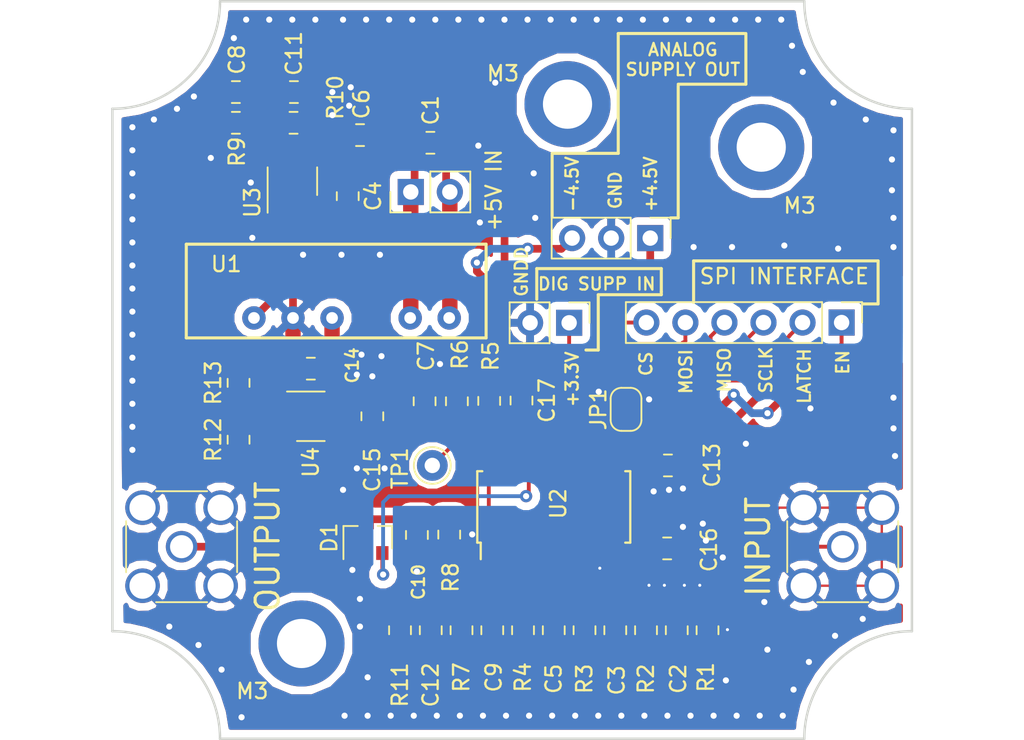
<source format=kicad_pcb>
(kicad_pcb (version 20171130) (host pcbnew 5.0.2-bee76a0~70~ubuntu18.04.1)
  (layers (0 F.Cu signal) (31 B.Cu signal) (34 B.Paste user) (35 F.Paste user) (36 B.SilkS user) (37 F.SilkS user) (38 B.Mask user) (39 F.Mask user) (44 Edge.Cuts user))
  (net 0 "")
  (net 1 "Net-(C1-Pad1)")
  (net 2 "Net-(C1-Pad2)")
  (net 3 "Net-(C2-Pad2)")
  (net 4 "Net-(C12-Pad1)")
  (net 5 "Net-(C3-Pad2)")
  (net 6 +5V)
  (net 7 GND)
  (net 8 "Net-(C5-Pad2)")
  (net 9 "Net-(C6-Pad1)")
  (net 10 "Net-(C7-Pad2)")
  (net 11 VDDA)
  (net 12 "Net-(C8-Pad2)")
  (net 13 "Net-(C9-Pad2)")
  (net 14 "Net-(C10-Pad2)")
  (net 15 "Net-(C12-Pad2)")
  (net 16 -5V)
  (net 17 VSSA)
  (net 18 +3V3)
  (net 19 EN)
  (net 20 LATCH)
  (net 21 SCLK)
  (net 22 MISO)
  (net 23 MOSI)
  (net 24 CS)
  (net 25 "Net-(JP1-Pad1)")
  (net 26 "Net-(R1-Pad1)")
  (net 27 "Net-(R8-Pad1)")
  (net 28 "Net-(R12-Pad2)")
  (net 29 "Net-(TP1-Pad1)")
  (net 30 "Net-(U2-Pad1)")
  (net 31 "Net-(U2-Pad12)")
  (module my_components:SMA_TE_5-1814400-1 (layer F.Cu) (at 127 110 270)
    (fp_text reference OUTPUT (at 0 -5.6 270) (layer F.SilkS) (effects (font (size 1.5 1.5) (thickness 0.2))))
    (fp_text value Signal_Out hide)
    (pad 2 thru_hole circle (at -2.54 2.54 270) (size 2.25 2.25) (drill 1.7) (layers *.Cu *.Mask) (net 7 GND))
    (pad 2 thru_hole circle (at -2.54 -2.54 270) (size 2.25 2.25) (drill 1.7) (layers *.Cu *.Mask) (net 7 GND))
    (pad 2 thru_hole circle (at 2.54 -2.54 270) (size 2.25 2.25) (drill 1.7) (layers *.Cu *.Mask) (net 7 GND))
    (pad 2 thru_hole circle (at 2.54 2.54 270) (size 2.25 2.25) (drill 1.7) (layers *.Cu *.Mask) (net 7 GND))
    (pad 1 thru_hole circle (at 0 0 270) (size 2.05 2.05) (drill 1.5) (layers *.Cu *.Mask) (net 14 "Net-(C10-Pad2)"))
  )
  (module my_components:SMA_TE_5-1814400-1 (layer F.Cu) (at 170 110 90)
    (fp_text reference INPUT (at 0 -5.5 90) (layer F.SilkS) (effects (font (size 1.5 1.5) (thickness 0.2))))
    (fp_text value Photodiode_conn hide)
    (pad 1 thru_hole circle (at 0 0 90) (size 2.05 2.05) (drill 1.5) (layers *.Cu *.Mask) (net 4 "Net-(C12-Pad1)"))
    (pad 2 thru_hole circle (at 2.54 2.54 90) (size 2.25 2.25) (drill 1.7) (layers *.Cu *.Mask) (net 7 GND))
    (pad 2 thru_hole circle (at 2.54 -2.54 90) (size 2.25 2.25) (drill 1.7) (layers *.Cu *.Mask) (net 7 GND))
    (pad 2 thru_hole circle (at -2.54 -2.54 90) (size 2.25 2.25) (drill 1.7) (layers *.Cu *.Mask) (net 7 GND))
    (pad 2 thru_hole circle (at -2.54 2.54 90) (size 2.25 2.25) (drill 1.7) (layers *.Cu *.Mask) (net 7 GND))
  )
  (module MountingHole:MountingHole_3.2mm_M3_DIN965_Pad (layer F.Cu) (at 152.1 81.2)
    (fp_text reference M3 (at -4.2 -2) (layer F.SilkS))
    (fp_text value MountingHole_3.2mm_M3_DIN965_Pad hide)
    (pad 1 thru_hole circle (at 0 0) (size 5.6 5.6) (drill 3.2) (layers *.Cu *.Mask))
  )
  (module MountingHole:MountingHole_3.2mm_M3_DIN965_Pad (layer F.Cu) (at 164.7 84)
    (fp_text reference M3 (at 2.5 3.8) (layer F.SilkS))
    (fp_text value MountingHole_3.2mm_M3_DIN965_Pad hide)
    (pad 1 thru_hole circle (at 0 0) (size 5.6 5.6) (drill 3.2) (layers *.Cu *.Mask))
  )
  (module MountingHole:MountingHole_3.2mm_M3_DIN965_Pad (layer F.Cu) (at 134.8 116.3)
    (fp_text reference M3 (at -3.2 3.1) (layer F.SilkS))
    (fp_text value MountingHole_3.2mm_M3_DIN965_Pad hide)
    (pad 1 thru_hole circle (at 0 0) (size 5.6 5.6) (drill 3.2) (layers *.Cu *.Mask))
  )
  (module Capacitor_SMD:C_0805_2012Metric_Pad1.15x1.40mm_HandSolder (layer F.Cu) (at 143.181 83.712 180)
    (fp_text reference C1 (at -0.019 2.112 270) (layer F.SilkS))
    (fp_text value 2.2µ)
    (pad 1 smd roundrect (at -1.025 0 180) (size 1.15 1.4) (layers F.Cu F.Paste F.Mask) (roundrect_rratio 0.217391) (net 1 "Net-(C1-Pad1)"))
    (pad 2 smd roundrect (at 1.025 0 180) (size 1.15 1.4) (layers F.Cu F.Paste F.Mask) (roundrect_rratio 0.217391) (net 2 "Net-(C1-Pad2)"))
  )
  (module Capacitor_SMD:C_0805_2012Metric_Pad1.15x1.40mm_HandSolder (layer F.Cu) (at 159.206 115.437 90)
    (fp_text reference C2 (at -3.163 0.094 90) (layer F.SilkS))
    (fp_text value 6.2p)
    (pad 2 smd roundrect (at 1.025 0 90) (size 1.15 1.4) (layers F.Cu F.Paste F.Mask) (roundrect_rratio 0.217391) (net 3 "Net-(C2-Pad2)"))
    (pad 1 smd roundrect (at -1.025 0 90) (size 1.15 1.4) (layers F.Cu F.Paste F.Mask) (roundrect_rratio 0.217391) (net 4 "Net-(C12-Pad1)"))
  )
  (module Capacitor_SMD:C_0805_2012Metric_Pad1.15x1.40mm_HandSolder (layer F.Cu) (at 155.206 115.437 90)
    (fp_text reference C3 (at -3.263 0.094 90) (layer F.SilkS))
    (fp_text value 62p)
    (pad 1 smd roundrect (at -1.025 0 90) (size 1.15 1.4) (layers F.Cu F.Paste F.Mask) (roundrect_rratio 0.217391) (net 4 "Net-(C12-Pad1)"))
    (pad 2 smd roundrect (at 1.025 0 90) (size 1.15 1.4) (layers F.Cu F.Paste F.Mask) (roundrect_rratio 0.217391) (net 5 "Net-(C3-Pad2)"))
  )
  (module Capacitor_SMD:C_0805_2012Metric_Pad1.15x1.40mm_HandSolder (layer F.Cu) (at 137.806 87.187 270)
    (fp_text reference C4 (at 0 -1.65 270) (layer F.SilkS))
    (fp_text value 1µ)
    (pad 1 smd roundrect (at -1.025 0 270) (size 1.15 1.4) (layers F.Cu F.Paste F.Mask) (roundrect_rratio 0.217391) (net 6 +5V))
    (pad 2 smd roundrect (at 1.025 0 270) (size 1.15 1.4) (layers F.Cu F.Paste F.Mask) (roundrect_rratio 0.217391) (net 7 GND))
  )
  (module Capacitor_SMD:C_0805_2012Metric_Pad1.15x1.40mm_HandSolder (layer F.Cu) (at 151.206 115.437 90)
    (fp_text reference C5 (at -3.163 -0.006 90) (layer F.SilkS))
    (fp_text value 620p)
    (pad 2 smd roundrect (at 1.025 0 90) (size 1.15 1.4) (layers F.Cu F.Paste F.Mask) (roundrect_rratio 0.217391) (net 8 "Net-(C5-Pad2)"))
    (pad 1 smd roundrect (at -1.025 0 90) (size 1.15 1.4) (layers F.Cu F.Paste F.Mask) (roundrect_rratio 0.217391) (net 4 "Net-(C12-Pad1)"))
  )
  (module Capacitor_SMD:C_0805_2012Metric_Pad1.15x1.40mm_HandSolder (layer F.Cu) (at 138.606 83.212)
    (fp_text reference C6 (at 0.094 -2.012 90) (layer F.SilkS))
    (fp_text value 10n)
    (pad 2 smd roundrect (at 1.025 0) (size 1.15 1.4) (layers F.Cu F.Paste F.Mask) (roundrect_rratio 0.217391) (net 7 GND))
    (pad 1 smd roundrect (at -1.025 0) (size 1.15 1.4) (layers F.Cu F.Paste F.Mask) (roundrect_rratio 0.217391) (net 9 "Net-(C6-Pad1)"))
  )
  (module Capacitor_SMD:C_0805_2012Metric_Pad1.15x1.40mm_HandSolder (layer F.Cu) (at 142.806 100.537 270)
    (fp_text reference C7 (at -2.937 -0.094 270) (layer F.SilkS))
    (fp_text value 100n)
    (pad 1 smd roundrect (at -1.025 0 270) (size 1.15 1.4) (layers F.Cu F.Paste F.Mask) (roundrect_rratio 0.217391) (net 7 GND))
    (pad 2 smd roundrect (at 1.025 0 270) (size 1.15 1.4) (layers F.Cu F.Paste F.Mask) (roundrect_rratio 0.217391) (net 10 "Net-(C7-Pad2)"))
  )
  (module Capacitor_SMD:C_0805_2012Metric_Pad1.15x1.40mm_HandSolder (layer F.Cu) (at 130.531 80.412)
    (fp_text reference C8 (at 0.069 -2.112 90) (layer F.SilkS))
    (fp_text value 68p)
    (pad 1 smd roundrect (at -1.025 0) (size 1.15 1.4) (layers F.Cu F.Paste F.Mask) (roundrect_rratio 0.217391) (net 11 VDDA))
    (pad 2 smd roundrect (at 1.025 0) (size 1.15 1.4) (layers F.Cu F.Paste F.Mask) (roundrect_rratio 0.217391) (net 12 "Net-(C8-Pad2)"))
  )
  (module Capacitor_SMD:C_0805_2012Metric_Pad1.15x1.40mm_HandSolder (layer F.Cu) (at 147.206 115.437 90)
    (fp_text reference C9 (at -3.063 0.094 90) (layer F.SilkS))
    (fp_text value 6.2n)
    (pad 1 smd roundrect (at -1.025 0 90) (size 1.15 1.4) (layers F.Cu F.Paste F.Mask) (roundrect_rratio 0.217391) (net 4 "Net-(C12-Pad1)"))
    (pad 2 smd roundrect (at 1.025 0 90) (size 1.15 1.4) (layers F.Cu F.Paste F.Mask) (roundrect_rratio 0.217391) (net 13 "Net-(C9-Pad2)"))
  )
  (module Capacitor_SMD:C_0805_2012Metric_Pad1.15x1.40mm_HandSolder (layer F.Cu) (at 142.306 109.237 90)
    (fp_text reference C10 (at -3.063 0.094 90) (layer F.SilkS) (effects (font (size 0.8 0.8))))
    (fp_text value 120n)
    (pad 1 smd roundrect (at -1.025 0 90) (size 1.15 1.4) (layers F.Cu F.Paste F.Mask) (roundrect_rratio 0.217391) (net 7 GND))
    (pad 2 smd roundrect (at 1.025 0 90) (size 1.15 1.4) (layers F.Cu F.Paste F.Mask) (roundrect_rratio 0.217391) (net 14 "Net-(C10-Pad2)"))
  )
  (module Capacitor_SMD:C_0805_2012Metric_Pad1.15x1.40mm_HandSolder (layer F.Cu) (at 134.306 80.412)
    (fp_text reference C11 (at 0 -2.512 90) (layer F.SilkS))
    (fp_text value 4.7µ)
    (pad 2 smd roundrect (at 1.025 0) (size 1.15 1.4) (layers F.Cu F.Paste F.Mask) (roundrect_rratio 0.217391) (net 7 GND))
    (pad 1 smd roundrect (at -1.025 0) (size 1.15 1.4) (layers F.Cu F.Paste F.Mask) (roundrect_rratio 0.217391) (net 11 VDDA))
  )
  (module Capacitor_SMD:C_0805_2012Metric_Pad1.15x1.40mm_HandSolder (layer F.Cu) (at 143.206 115.437 90)
    (fp_text reference C12 (at -3.563 -0.006 90) (layer F.SilkS))
    (fp_text value 62n)
    (pad 2 smd roundrect (at 1.025 0 90) (size 1.15 1.4) (layers F.Cu F.Paste F.Mask) (roundrect_rratio 0.217391) (net 15 "Net-(C12-Pad2)"))
    (pad 1 smd roundrect (at -1.025 0 90) (size 1.15 1.4) (layers F.Cu F.Paste F.Mask) (roundrect_rratio 0.217391) (net 4 "Net-(C12-Pad1)"))
  )
  (module Capacitor_SMD:C_0805_2012Metric_Pad1.15x1.40mm_HandSolder (layer F.Cu) (at 158.631 104.712)
    (fp_text reference C13 (at 2.869 -0.012 90) (layer F.SilkS))
    (fp_text value 100n)
    (pad 1 smd roundrect (at -1.025 0) (size 1.15 1.4) (layers F.Cu F.Paste F.Mask) (roundrect_rratio 0.217391) (net 11 VDDA))
    (pad 2 smd roundrect (at 1.025 0) (size 1.15 1.4) (layers F.Cu F.Paste F.Mask) (roundrect_rratio 0.217391) (net 7 GND))
  )
  (module Capacitor_SMD:C_0805_2012Metric_Pad1.15x1.40mm_HandSolder (layer F.Cu) (at 135.406 98.412 180)
    (fp_text reference C14 (at -2.694 0.212 270) (layer F.SilkS) (effects (font (size 0.8 0.8))))
    (fp_text value 1µ)
    (pad 2 smd roundrect (at 1.025 0 180) (size 1.15 1.4) (layers F.Cu F.Paste F.Mask) (roundrect_rratio 0.217391) (net 7 GND))
    (pad 1 smd roundrect (at -1.025 0 180) (size 1.15 1.4) (layers F.Cu F.Paste F.Mask) (roundrect_rratio 0.217391) (net 16 -5V))
  )
  (module Capacitor_SMD:C_0805_2012Metric_Pad1.15x1.40mm_HandSolder (layer F.Cu) (at 139.406 101.512 90)
    (fp_text reference C15 (at -3.488 -0.006 90) (layer F.SilkS))
    (fp_text value 4.7µ)
    (pad 1 smd roundrect (at -1.025 0 90) (size 1.15 1.4) (layers F.Cu F.Paste F.Mask) (roundrect_rratio 0.217391) (net 17 VSSA))
    (pad 2 smd roundrect (at 1.025 0 90) (size 1.15 1.4) (layers F.Cu F.Paste F.Mask) (roundrect_rratio 0.217391) (net 7 GND))
  )
  (module Capacitor_SMD:C_0805_2012Metric_Pad1.15x1.40mm_HandSolder (layer F.Cu) (at 158.581 110.112)
    (fp_text reference C16 (at 2.719 0.088 90) (layer F.SilkS))
    (fp_text value 100n)
    (pad 2 smd roundrect (at 1.025 0) (size 1.15 1.4) (layers F.Cu F.Paste F.Mask) (roundrect_rratio 0.217391) (net 7 GND))
    (pad 1 smd roundrect (at -1.025 0) (size 1.15 1.4) (layers F.Cu F.Paste F.Mask) (roundrect_rratio 0.217391) (net 17 VSSA))
  )
  (module Capacitor_SMD:C_0805_2012Metric_Pad1.15x1.40mm_HandSolder (layer F.Cu) (at 149.106 100.487 270)
    (fp_text reference C17 (at 0 -1.65 270) (layer F.SilkS))
    (fp_text value 100n)
    (pad 2 smd roundrect (at 1.025 0 270) (size 1.15 1.4) (layers F.Cu F.Paste F.Mask) (roundrect_rratio 0.217391) (net 18 +3V3))
    (pad 1 smd roundrect (at -1.025 0 270) (size 1.15 1.4) (layers F.Cu F.Paste F.Mask) (roundrect_rratio 0.217) (net 7 GND))
  )
  (module Package_TO_SOT_SMD:SOT-23 (layer F.Cu) (at 139.106 109.412 90)
    (fp_text reference D1 (at 0 -2.5 90) (layer F.SilkS))
    (fp_text value BAT54S)
    (pad 1 smd rect (at -1 -0.95 90) (size 0.9 0.8) (layers F.Cu F.Paste F.Mask) (net 7 GND))
    (pad 2 smd rect (at -1 0.95 90) (size 0.9 0.8) (layers F.Cu F.Paste F.Mask) (net 18 +3V3))
    (pad 3 smd rect (at 1 0 90) (size 0.9 0.8) (layers F.Cu F.Paste F.Mask) (net 14 "Net-(C10-Pad2)"))
  )
  (module Connector_PinHeader_2.54mm:PinHeader_1x02_P2.54mm_Vertical (layer F.Cu) (at 141.906 86.912 90)
    (fp_text reference "+5V IN" (at 0.112 5.394 90) (layer F.SilkS))
    (fp_text value pwr_input_5V)
    (pad 1 thru_hole rect (at 0 0 90) (size 1.7 1.7) (drill 1) (layers *.Cu *.Mask) (net 2 "Net-(C1-Pad2)"))
    (pad 2 thru_hole oval (at 0 2.54 90) (size 1.7 1.7) (drill 1) (layers *.Cu *.Mask) (net 1 "Net-(C1-Pad1)"))
  )
  (module Connector_PinHeader_2.54mm:PinHeader_1x02_P2.54mm_Vertical (layer F.Cu) (at 152.206 95.4278 270)
    (fp_text reference "DIG SUPP IN" (at -2.5278 -1.794) (layer F.SilkS) (effects (font (size 0.8 0.8))))
    (fp_text value digital_pwr)
    (pad 2 thru_hole oval (at 0 2.54 270) (size 1.7 1.7) (drill 1) (layers *.Cu *.Mask) (net 7 GND))
    (pad 1 thru_hole rect (at 0 0 270) (size 1.7 1.7) (drill 1) (layers *.Cu *.Mask) (net 18 +3V3))
  )
  (module Connector_PinHeader_2.54mm:PinHeader_1x03_P2.54mm_Vertical (layer F.Cu) (at 157.48 89.916 270)
    (fp_text reference +4.5V (at -3.516 -0.02 90) (layer F.SilkS) (effects (font (size 0.8 0.8))))
    (fp_text value analog_supply)
    (pad 1 thru_hole rect (at 0 0 270) (size 1.7 1.7) (drill 1) (layers *.Cu *.Mask) (net 11 VDDA))
    (pad 2 thru_hole oval (at 0 2.54 270) (size 1.7 1.7) (drill 1) (layers *.Cu *.Mask) (net 7 GND))
    (pad 3 thru_hole oval (at 0 5.08 270) (size 1.7 1.7) (drill 1) (layers *.Cu *.Mask) (net 17 VSSA))
  )
  (module Connector_PinHeader_2.54mm:PinHeader_1x06_P2.54mm_Vertical (layer F.Cu) (at 169.926 95.412 270)
    (fp_text reference "SPI INTERFACE" (at -3.012 3.726) (layer F.SilkS))
    (fp_text value digital_interface)
    (pad 1 thru_hole rect (at 0 0 270) (size 1.7 1.7) (drill 1) (layers *.Cu *.Mask) (net 19 EN))
    (pad 2 thru_hole oval (at 0 2.54 270) (size 1.7 1.7) (drill 1) (layers *.Cu *.Mask) (net 20 LATCH))
    (pad 3 thru_hole oval (at 0 5.08 270) (size 1.7 1.7) (drill 1) (layers *.Cu *.Mask) (net 21 SCLK))
    (pad 4 thru_hole oval (at 0 7.62 270) (size 1.7 1.7) (drill 1) (layers *.Cu *.Mask) (net 22 MISO))
    (pad 5 thru_hole oval (at 0 10.16 270) (size 1.7 1.7) (drill 1) (layers *.Cu *.Mask) (net 23 MOSI))
    (pad 6 thru_hole oval (at 0 12.7 270) (size 1.7 1.7) (drill 1) (layers *.Cu *.Mask) (net 24 CS))
  )
  (module Jumper:SolderJumper-2_P1.3mm_Open_RoundedPad1.0x1.5mm (layer F.Cu) (at 155.906 101.062 90)
    (fp_text reference JP1 (at 0 -1.8 90) (layer F.SilkS))
    (fp_text value ~)
    (pad 1 smd custom (at -0.65 0 90) (size 1 0.5) (layers F.Cu F.Mask) (net 25 "Net-(JP1-Pad1)") (options (clearance outline) (anchor rect)) (primitives (gr_circle (center 0 0.25) (end 0.5 0.25) (width 0)) (gr_circle (center 0 -0.25) (end 0.5 -0.25) (width 0)) (gr_poly (pts (xy 0 -0.75) (xy 0.5 -0.75) (xy 0.5 0.75) (xy 0 0.75)) (width 0))))
    (pad 2 smd custom (at 0.65 0 90) (size 1 0.5) (layers F.Cu F.Mask) (net 7 GND) (options (clearance outline) (anchor rect)) (primitives (gr_circle (center 0 0.25) (end 0.5 0.25) (width 0)) (gr_circle (center 0 -0.25) (end 0.5 -0.25) (width 0)) (gr_poly (pts (xy 0 -0.75) (xy -0.5 -0.75) (xy -0.5 0.75) (xy 0 0.75)) (width 0))))
  )
  (module Resistor_SMD:R_0805_2012Metric_Pad1.15x1.40mm_HandSolder (layer F.Cu) (at 161.206 115.437 270)
    (fp_text reference R1 (at 3.063 0.106 270) (layer F.SilkS))
    (fp_text value 10M)
    (pad 2 smd roundrect (at 1.025 0 270) (size 1.15 1.4) (layers F.Cu F.Paste F.Mask) (roundrect_rratio 0.217391) (net 4 "Net-(C12-Pad1)"))
    (pad 1 smd roundrect (at -1.025 0 270) (size 1.15 1.4) (layers F.Cu F.Paste F.Mask) (roundrect_rratio 0.217391) (net 26 "Net-(R1-Pad1)"))
  )
  (module Resistor_SMD:R_0805_2012Metric_Pad1.15x1.40mm_HandSolder (layer F.Cu) (at 157.206 115.437 270)
    (fp_text reference R2 (at 3.163 0.006 270) (layer F.SilkS))
    (fp_text value 1M)
    (pad 1 smd roundrect (at -1.025 0 270) (size 1.15 1.4) (layers F.Cu F.Paste F.Mask) (roundrect_rratio 0.217391) (net 3 "Net-(C2-Pad2)"))
    (pad 2 smd roundrect (at 1.025 0 270) (size 1.15 1.4) (layers F.Cu F.Paste F.Mask) (roundrect_rratio 0.217391) (net 4 "Net-(C12-Pad1)"))
  )
  (module Resistor_SMD:R_0805_2012Metric_Pad1.15x1.40mm_HandSolder (layer F.Cu) (at 153.206 115.437 270)
    (fp_text reference R3 (at 3.163 0.006 270) (layer F.SilkS))
    (fp_text value 100k)
    (pad 1 smd roundrect (at -1.025 0 270) (size 1.15 1.4) (layers F.Cu F.Paste F.Mask) (roundrect_rratio 0.217391) (net 5 "Net-(C3-Pad2)"))
    (pad 2 smd roundrect (at 1.025 0 270) (size 1.15 1.4) (layers F.Cu F.Paste F.Mask) (roundrect_rratio 0.217391) (net 4 "Net-(C12-Pad1)"))
  )
  (module Resistor_SMD:R_0805_2012Metric_Pad1.15x1.40mm_HandSolder (layer F.Cu) (at 149.206 115.437 270)
    (fp_text reference R4 (at 3.063 0.006 270) (layer F.SilkS))
    (fp_text value 10k)
    (pad 1 smd roundrect (at -1.025 0 270) (size 1.15 1.4) (layers F.Cu F.Paste F.Mask) (roundrect_rratio 0.217391) (net 8 "Net-(C5-Pad2)"))
    (pad 2 smd roundrect (at 1.025 0 270) (size 1.15 1.4) (layers F.Cu F.Paste F.Mask) (roundrect_rratio 0.217391) (net 4 "Net-(C12-Pad1)"))
  )
  (module Resistor_SMD:R_0805_2012Metric_Pad1.15x1.40mm_HandSolder (layer F.Cu) (at 147.006 100.512 90)
    (fp_text reference R5 (at 2.912 0.094 90) (layer F.SilkS))
    (fp_text value 10k)
    (pad 1 smd roundrect (at -1.025 0 90) (size 1.15 1.4) (layers F.Cu F.Paste F.Mask) (roundrect_rratio 0.217391) (net 10 "Net-(C7-Pad2)"))
    (pad 2 smd roundrect (at 1.025 0 90) (size 1.15 1.4) (layers F.Cu F.Paste F.Mask) (roundrect_rratio 0.217391) (net 18 +3V3))
  )
  (module Resistor_SMD:R_0805_2012Metric_Pad1.15x1.40mm_HandSolder (layer F.Cu) (at 144.906 100.537 270)
    (fp_text reference R6 (at -3.037 -0.194 270) (layer F.SilkS))
    (fp_text value 10k)
    (pad 2 smd roundrect (at 1.025 0 270) (size 1.15 1.4) (layers F.Cu F.Paste F.Mask) (roundrect_rratio 0.217391) (net 10 "Net-(C7-Pad2)"))
    (pad 1 smd roundrect (at -1.025 0 270) (size 1.15 1.4) (layers F.Cu F.Paste F.Mask) (roundrect_rratio 0.217391) (net 7 GND))
  )
  (module Resistor_SMD:R_0805_2012Metric_Pad1.15x1.40mm_HandSolder (layer F.Cu) (at 145.206 115.437 270)
    (fp_text reference R7 (at 3.063 0.006 270) (layer F.SilkS))
    (fp_text value 1k)
    (pad 1 smd roundrect (at -1.025 0 270) (size 1.15 1.4) (layers F.Cu F.Paste F.Mask) (roundrect_rratio 0.217391) (net 13 "Net-(C9-Pad2)"))
    (pad 2 smd roundrect (at 1.025 0 270) (size 1.15 1.4) (layers F.Cu F.Paste F.Mask) (roundrect_rratio 0.217391) (net 4 "Net-(C12-Pad1)"))
  )
  (module Resistor_SMD:R_0805_2012Metric_Pad1.15x1.40mm_HandSolder (layer F.Cu) (at 144.406 109.212 90)
    (fp_text reference R8 (at -2.788 0.094 90) (layer F.SilkS))
    (fp_text value 50)
    (pad 2 smd roundrect (at 1.025 0 90) (size 1.15 1.4) (layers F.Cu F.Paste F.Mask) (roundrect_rratio 0.217391) (net 14 "Net-(C10-Pad2)"))
    (pad 1 smd roundrect (at -1.025 0 90) (size 1.15 1.4) (layers F.Cu F.Paste F.Mask) (roundrect_rratio 0.217391) (net 27 "Net-(R8-Pad1)"))
  )
  (module Resistor_SMD:R_0805_2012Metric_Pad1.15x1.40mm_HandSolder (layer F.Cu) (at 130.531 82.412)
    (fp_text reference R9 (at 0.069 1.888 90) (layer F.SilkS))
    (fp_text value 15k)
    (pad 2 smd roundrect (at 1.025 0) (size 1.15 1.4) (layers F.Cu F.Paste F.Mask) (roundrect_rratio 0.217391) (net 12 "Net-(C8-Pad2)"))
    (pad 1 smd roundrect (at -1.025 0) (size 1.15 1.4) (layers F.Cu F.Paste F.Mask) (roundrect_rratio 0.217391) (net 11 VDDA))
  )
  (module Resistor_SMD:R_0805_2012Metric_Pad1.15x1.40mm_HandSolder (layer F.Cu) (at 134.281 82.412)
    (fp_text reference R10 (at 2.719 -1.65 90) (layer F.SilkS))
    (fp_text value 5.6k)
    (pad 2 smd roundrect (at 1.025 0) (size 1.15 1.4) (layers F.Cu F.Paste F.Mask) (roundrect_rratio 0.217391) (net 7 GND))
    (pad 1 smd roundrect (at -1.025 0) (size 1.15 1.4) (layers F.Cu F.Paste F.Mask) (roundrect_rratio 0.217391) (net 12 "Net-(C8-Pad2)"))
  )
  (module Resistor_SMD:R_0805_2012Metric_Pad1.15x1.40mm_HandSolder (layer F.Cu) (at 141.206 115.437 270)
    (fp_text reference R11 (at 3.563 0.006 270) (layer F.SilkS))
    (fp_text value 100)
    (pad 1 smd roundrect (at -1.025 0 270) (size 1.15 1.4) (layers F.Cu F.Paste F.Mask) (roundrect_rratio 0.217391) (net 15 "Net-(C12-Pad2)"))
    (pad 2 smd roundrect (at 1.025 0 270) (size 1.15 1.4) (layers F.Cu F.Paste F.Mask) (roundrect_rratio 0.217391) (net 4 "Net-(C12-Pad1)"))
  )
  (module Resistor_SMD:R_0805_2012Metric_Pad1.15x1.40mm_HandSolder (layer F.Cu) (at 130.706 103.037 90)
    (fp_text reference R12 (at 0 -1.65 90) (layer F.SilkS))
    (fp_text value 33k)
    (pad 1 smd roundrect (at -1.025 0 90) (size 1.15 1.4) (layers F.Cu F.Paste F.Mask) (roundrect_rratio 0.217391) (net 17 VSSA))
    (pad 2 smd roundrect (at 1.025 0 90) (size 1.15 1.4) (layers F.Cu F.Paste F.Mask) (roundrect_rratio 0.217391) (net 28 "Net-(R12-Pad2)"))
  )
  (module Resistor_SMD:R_0805_2012Metric_Pad1.15x1.40mm_HandSolder (layer F.Cu) (at 130.706 99.337 90)
    (fp_text reference R13 (at 0 -1.65 90) (layer F.SilkS))
    (fp_text value 12k)
    (pad 2 smd roundrect (at 1.025 0 90) (size 1.15 1.4) (layers F.Cu F.Paste F.Mask) (roundrect_rratio 0.217391) (net 7 GND))
    (pad 1 smd roundrect (at -1.025 0 90) (size 1.15 1.4) (layers F.Cu F.Paste F.Mask) (roundrect_rratio 0.217391) (net 28 "Net-(R12-Pad2)"))
  )
  (module TestPoint:TestPoint_THTPad_D2.0mm_Drill1.0mm (layer F.Cu) (at 143.306 104.712)
    (fp_text reference TP1 (at -2.106 0.188 90) (layer F.SilkS))
    (fp_text value TestPoint)
    (pad 1 thru_hole circle (at 0 0) (size 2 2) (drill 1) (layers *.Cu *.Mask) (net 29 "Net-(TP1-Pad1)"))
  )
  (module my_components:TMA0505D (layer F.Cu) (at 144.406 95.112 180)
    (fp_text reference U1 (at 14.5 3.5 180) (layer F.SilkS))
    (fp_text value TMA0505D)
    (pad 1 thru_hole circle (at 0 0 180) (size 1.524 1.524) (drill 0.762) (layers *.Cu *.Mask) (net 1 "Net-(C1-Pad1)"))
    (pad 2 thru_hole circle (at 2.54 0 180) (size 1.524 1.524) (drill 0.762) (layers *.Cu *.Mask) (net 2 "Net-(C1-Pad2)"))
    (pad 3 thru_hole circle (at 7.62 0 180) (size 1.524 1.524) (drill 0.762) (layers *.Cu *.Mask) (net 16 -5V))
    (pad 4 thru_hole circle (at 10.16 0 180) (size 1.524 1.524) (drill 0.762) (layers *.Cu *.Mask) (net 7 GND))
    (pad 5 thru_hole circle (at 12.7 0 180) (size 1.524 1.524) (drill 0.762) (layers *.Cu *.Mask) (net 6 +5V))
  )
  (module Package_SO:TSSOP-28_4.4x9.7mm_P0.65mm (layer F.Cu) (at 151.206 107.412 90)
    (fp_text reference U2 (at 0.212 0.294 90) (layer F.SilkS))
    (fp_text value ADA4350)
    (pad 1 smd rect (at -2.85 -4.225 90) (size 1.1 0.4) (layers F.Cu F.Paste F.Mask) (net 30 "Net-(U2-Pad1)"))
    (pad 2 smd rect (at -2.85 -3.575 90) (size 1.1 0.4) (layers F.Cu F.Paste F.Mask) (net 27 "Net-(R8-Pad1)"))
    (pad 3 smd rect (at -2.85 -2.925 90) (size 1.1 0.4) (layers F.Cu F.Paste F.Mask) (net 27 "Net-(R8-Pad1)"))
    (pad 4 smd rect (at -2.85 -2.275 90) (size 1.1 0.4) (layers F.Cu F.Paste F.Mask) (net 15 "Net-(C12-Pad2)"))
    (pad 5 smd rect (at -2.85 -1.625 90) (size 1.1 0.4) (layers F.Cu F.Paste F.Mask) (net 13 "Net-(C9-Pad2)"))
    (pad 6 smd rect (at -2.85 -0.975 90) (size 1.1 0.4) (layers F.Cu F.Paste F.Mask) (net 8 "Net-(C5-Pad2)"))
    (pad 7 smd rect (at -2.85 -0.325 90) (size 1.1 0.4) (layers F.Cu F.Paste F.Mask) (net 5 "Net-(C3-Pad2)"))
    (pad 8 smd rect (at -2.85 0.325 90) (size 1.1 0.4) (layers F.Cu F.Paste F.Mask) (net 3 "Net-(C2-Pad2)"))
    (pad 9 smd rect (at -2.85 0.975 90) (size 1.1 0.4) (layers F.Cu F.Paste F.Mask) (net 26 "Net-(R1-Pad1)"))
    (pad 10 smd rect (at -2.85 1.625 90) (size 1.1 0.4) (layers F.Cu F.Paste F.Mask) (net 4 "Net-(C12-Pad1)"))
    (pad 11 smd rect (at -2.85 2.275 90) (size 1.1 0.4) (layers F.Cu F.Paste F.Mask) (net 7 GND))
    (pad 12 smd rect (at -2.85 2.925 90) (size 1.1 0.4) (layers F.Cu F.Paste F.Mask) (net 31 "Net-(U2-Pad12)"))
    (pad 13 smd rect (at -2.85 3.575 90) (size 1.1 0.4) (layers F.Cu F.Paste F.Mask) (net 31 "Net-(U2-Pad12)"))
    (pad 14 smd rect (at -2.85 4.225 90) (size 1.1 0.4) (layers F.Cu F.Paste F.Mask) (net 17 VSSA))
    (pad 15 smd rect (at 2.85 4.225 90) (size 1.1 0.4) (layers F.Cu F.Paste F.Mask) (net 11 VDDA))
    (pad 16 smd rect (at 2.85 3.575 90) (size 1.1 0.4) (layers F.Cu F.Paste F.Mask) (net 19 EN))
    (pad 17 smd rect (at 2.85 2.925 90) (size 1.1 0.4) (layers F.Cu F.Paste F.Mask) (net 25 "Net-(JP1-Pad1)"))
    (pad 18 smd rect (at 2.85 2.275 90) (size 1.1 0.4) (layers F.Cu F.Paste F.Mask) (net 7 GND))
    (pad 19 smd rect (at 2.85 1.625 90) (size 1.1 0.4) (layers F.Cu F.Paste F.Mask) (net 20 LATCH))
    (pad 20 smd rect (at 2.85 0.975 90) (size 1.1 0.4) (layers F.Cu F.Paste F.Mask) (net 21 SCLK))
    (pad 21 smd rect (at 2.85 0.325 90) (size 1.1 0.4) (layers F.Cu F.Paste F.Mask) (net 22 MISO))
    (pad 22 smd rect (at 2.85 -0.325 90) (size 1.1 0.4) (layers F.Cu F.Paste F.Mask) (net 23 MOSI))
    (pad 23 smd rect (at 2.85 -0.975 90) (size 1.1 0.4) (layers F.Cu F.Paste F.Mask) (net 24 CS))
    (pad 24 smd rect (at 2.85 -1.625 90) (size 1.1 0.4) (layers F.Cu F.Paste F.Mask) (net 18 +3V3))
    (pad 25 smd rect (at 2.85 -2.275 90) (size 1.1 0.4) (layers F.Cu F.Paste F.Mask) (net 10 "Net-(C7-Pad2)"))
    (pad 26 smd rect (at 2.85 -2.925 90) (size 1.1 0.4) (layers F.Cu F.Paste F.Mask) (net 29 "Net-(TP1-Pad1)"))
    (pad 27 smd rect (at 2.85 -3.575 90) (size 1.1 0.4) (layers F.Cu F.Paste F.Mask) (net 30 "Net-(U2-Pad1)"))
    (pad 28 smd rect (at 2.85 -4.225 90) (size 1.1 0.4) (layers F.Cu F.Paste F.Mask) (net 30 "Net-(U2-Pad1)"))
  )
  (module Package_TO_SOT_SMD:SOT-23-6_Handsoldering (layer F.Cu) (at 134.206 86.212 90)
    (fp_text reference U3 (at -1.388 -2.606 90) (layer F.SilkS))
    (fp_text value TPS79301-EP)
    (pad 1 smd rect (at -1.35 -0.95 90) (size 1.56 0.65) (layers F.Cu F.Paste F.Mask) (net 6 +5V))
    (pad 2 smd rect (at -1.35 0 90) (size 1.56 0.65) (layers F.Cu F.Paste F.Mask) (net 7 GND))
    (pad 3 smd rect (at -1.35 0.95 90) (size 1.56 0.65) (layers F.Cu F.Paste F.Mask) (net 6 +5V))
    (pad 4 smd rect (at 1.35 0.95 90) (size 1.56 0.65) (layers F.Cu F.Paste F.Mask) (net 9 "Net-(C6-Pad1)"))
    (pad 6 smd rect (at 1.35 -0.95 90) (size 1.56 0.65) (layers F.Cu F.Paste F.Mask) (net 11 VDDA))
    (pad 5 smd rect (at 1.35 0 90) (size 1.56 0.65) (layers F.Cu F.Paste F.Mask) (net 12 "Net-(C8-Pad2)"))
  )
  (module Package_TO_SOT_SMD:SOT-23-5_HandSoldering (layer F.Cu) (at 135.406 101.512)
    (fp_text reference U4 (at 0 2.988 90) (layer F.SilkS))
    (fp_text value MIC5270)
    (pad 1 smd rect (at -1.35 -0.95) (size 1.56 0.65) (layers F.Cu F.Paste F.Mask))
    (pad 2 smd rect (at -1.35 0) (size 1.56 0.65) (layers F.Cu F.Paste F.Mask) (net 7 GND))
    (pad 3 smd rect (at -1.35 0.95) (size 1.56 0.65) (layers F.Cu F.Paste F.Mask) (net 28 "Net-(R12-Pad2)"))
    (pad 4 smd rect (at 1.35 0.95) (size 1.56 0.65) (layers F.Cu F.Paste F.Mask) (net 17 VSSA))
    (pad 5 smd rect (at 1.35 -0.95) (size 1.56 0.65) (layers F.Cu F.Paste F.Mask) (net 16 -5V))
  )
  (gr_line (start 163.7 79.9) (end 159.3 79.9) (layer F.SilkS) (width 0.2))
  (gr_line (start 163.7 76.6) (end 163.7 79.9) (layer F.SilkS) (width 0.2))
  (gr_line (start 155.4 84.4) (end 155.4 76.6) (layer F.SilkS) (width 0.2))
  (gr_line (start 151.1 84.4) (end 155.4 84.4) (layer F.SilkS) (width 0.2))
  (gr_line (start 172.3 94.2) (end 171.3 94.2) (layer F.SilkS) (width 0.2))
  (gr_line (start 172.3 91.4) (end 172.3 94.2) (layer F.SilkS) (width 0.2))
  (gr_line (start 160.3 91.4) (end 172.3 91.4) (layer F.SilkS) (width 0.2))
  (gr_line (start 160.3 94.1) (end 160.3 91.4) (layer F.SilkS) (width 0.2))
  (gr_line (start 159.3 88.6) (end 158.8 88.6) (layer F.SilkS) (width 0.2))
  (gr_line (start 159.3 80) (end 159.3 88.6) (layer F.SilkS) (width 0.2))
  (gr_line (start 155.4 76.6) (end 163.6 76.6) (layer F.SilkS) (width 0.2))
  (gr_line (start 151.1 88.5) (end 151.1 84.5) (layer F.SilkS) (width 0.2))
  (gr_line (start 154.1 97.2) (end 153.3 97.2) (layer F.SilkS) (width 0.2))
  (gr_line (start 154.1 93.6) (end 154.1 97.2) (layer F.SilkS) (width 0.2))
  (gr_line (start 158.2 93.6) (end 154.1 93.6) (layer F.SilkS) (width 0.2))
  (gr_line (start 158.2 93.4) (end 158.2 93.6) (layer F.SilkS) (width 0.2))
  (gr_line (start 158.2 91.9) (end 158.2 93.4) (layer F.SilkS) (width 0.2))
  (gr_line (start 150.1 91.9) (end 158.2 91.9) (layer F.SilkS) (width 0.2))
  (gr_line (start 150.1 93.9) (end 150.1 91.9) (layer F.SilkS) (width 0.2))
  (gr_text GNDD (at 149.1 92.1 90) (layer F.SilkS) (effects (font (size 0.8 0.8))))
  (gr_text +3.3V (at 152.4 99.1 90) (layer F.SilkS) (effects (font (size 0.8 0.8))))
  (gr_text CS (at 157.2 98.1 90) (layer F.SilkS) (effects (font (size 0.8 0.8))))
  (gr_text MOSI (at 159.8 98.6 90) (layer F.SilkS) (effects (font (size 0.8 0.8))))
  (gr_text MISO (at 162.3 98.5 90) (layer F.SilkS) (effects (font (size 0.8 0.8))))
  (gr_text SCLK (at 165 98.5 90) (layer F.SilkS) (effects (font (size 0.8 0.8))))
  (gr_text LATCH (at 167.5 98.9 90) (layer F.SilkS) (effects (font (size 0.8 0.8))))
  (gr_text EN (at 170 98 90) (layer F.SilkS) (effects (font (size 0.8 0.8))))
  (gr_text "ANALOG\nSUPPLY OUT" (at 159.6 78.3) (layer F.SilkS) (effects (font (size 0.8 0.8))))
  (gr_text GND (at 155.2 86.8 90) (layer F.SilkS) (effects (font (size 0.8 0.8))))
  (gr_text -4.5V (at 152.4 86.4 90) (layer F.SilkS) (effects (font (size 0.8 0.8))))
  (gr_line (start 129.5 74.5) (end 167.5 74.5) (angle 90) (layer Edge.Cuts) (width 0.16))
  (gr_line (start 174.5 81.5) (end 174.5 115.5) (angle 90) (layer Edge.Cuts) (width 0.16))
  (gr_line (start 167.5 122.5) (end 129.5 122.5) (angle 90) (layer Edge.Cuts) (width 0.16))
  (gr_line (start 122.5 115.5) (end 122.5 81.5) (angle 90) (layer Edge.Cuts) (width 0.16))
  (gr_arc (start 122.5 74.5) (end 122.5 81.5) (angle -90) (layer Edge.Cuts) (width 0.16))
  (gr_arc (start 174.5 74.5) (end 167.5 74.5) (angle -90) (layer Edge.Cuts) (width 0.16))
  (gr_arc (start 122.5 122.5) (end 129.5 122.5) (angle -90) (layer Edge.Cuts) (width 0.16))
  (gr_arc (start 174.5 122.5) (end 174.5 115.5) (angle -90) (layer Edge.Cuts) (width 0.16))
  (segment (start 144.446 95.072) (end 144.406 95.112) (width 1) (layer F.Cu) (net 1))
  (segment (start 144.446 86.912) (end 144.446 95.072) (width 1) (layer F.Cu) (net 1))
  (segment (start 144.206 86.672) (end 144.446 86.912) (width 0.5) (layer F.Cu) (net 1))
  (segment (start 144.206 83.712) (end 144.206 86.672) (width 0.5) (layer F.Cu) (net 1))
  (segment (start 141.906 95.072) (end 141.866 95.112) (width 1) (layer F.Cu) (net 2))
  (segment (start 141.906 86.912) (end 141.906 95.072) (width 1) (layer F.Cu) (net 2))
  (segment (start 142.156 86.662) (end 141.906 86.912) (width 0.5) (layer F.Cu) (net 2))
  (segment (start 142.156 83.712) (end 142.156 86.662) (width 0.5) (layer F.Cu) (net 2))
  (segment (start 157.206 114.412) (end 159.206 114.412) (width 1) (layer F.Cu) (net 3))
  (segment (start 156.582628 113.788628) (end 157.206 114.412) (width 0.25) (layer F.Cu) (net 3))
  (segment (start 156.30599 113.51199) (end 156.582628 113.788628) (width 0.25) (layer F.Cu) (net 3))
  (segment (start 153.80599 113.51199) (end 156.30599 113.51199) (width 0.25) (layer F.Cu) (net 3))
  (segment (start 151.531 111.237) (end 153.80599 113.51199) (width 0.25) (layer F.Cu) (net 3))
  (segment (start 151.531 110.262) (end 151.531 111.237) (width 0.25) (layer F.Cu) (net 3))
  (segment (start 141.206 116.462) (end 143.206 116.462) (width 1) (layer F.Cu) (net 4))
  (segment (start 143.206 116.462) (end 145.206 116.462) (width 1) (layer F.Cu) (net 4))
  (segment (start 145.206 116.462) (end 147.206 116.462) (width 1) (layer F.Cu) (net 4))
  (segment (start 147.206 116.462) (end 149.206 116.462) (width 1) (layer F.Cu) (net 4))
  (segment (start 149.206 116.462) (end 151.206 116.462) (width 1) (layer F.Cu) (net 4))
  (segment (start 151.206 116.462) (end 153.206 116.462) (width 1) (layer F.Cu) (net 4))
  (segment (start 153.206 116.462) (end 155.206 116.462) (width 1) (layer F.Cu) (net 4))
  (segment (start 155.206 116.462) (end 157.206 116.462) (width 1) (layer F.Cu) (net 4))
  (segment (start 157.206 116.462) (end 159.206 116.462) (width 1) (layer F.Cu) (net 4))
  (segment (start 159.206 116.462) (end 161.206 116.462) (width 1) (layer F.Cu) (net 4))
  (segment (start 152.831 110.262) (end 152.831 111.062) (width 0.25) (layer F.Cu) (net 4))
  (segment (start 162.656 116.462) (end 161.206 116.462) (width 0.25) (layer F.Cu) (net 4))
  (segment (start 152.831 111.062) (end 153.73099 111.96199) (width 0.25) (layer F.Cu) (net 4))
  (segment (start 153.73099 111.96199) (end 161.25599 111.96199) (width 0.25) (layer F.Cu) (net 4))
  (segment (start 161.25599 111.96199) (end 163.206 113.912) (width 0.25) (layer F.Cu) (net 4))
  (segment (start 163.206 113.912) (end 163.206 115.912) (width 0.25) (layer F.Cu) (net 4))
  (segment (start 163.206 115.912) (end 162.656 116.462) (width 0.25) (layer F.Cu) (net 4))
  (segment (start 163.206 113.912) (end 163.206 112.012) (width 0.25) (layer F.Cu) (net 4))
  (segment (start 165.218 110) (end 170 110) (width 0.25) (layer F.Cu) (net 4))
  (segment (start 163.206 112.012) (end 165.218 110) (width 0.25) (layer F.Cu) (net 4))
  (segment (start 153.206 114.412) (end 155.206 114.412) (width 1) (layer F.Cu) (net 5))
  (segment (start 150.881 111.412) (end 150.881 111.062) (width 0.25) (layer F.Cu) (net 5))
  (segment (start 153.206 113.737) (end 150.881 111.412) (width 0.25) (layer F.Cu) (net 5))
  (segment (start 150.881 111.062) (end 150.881 110.262) (width 0.25) (layer F.Cu) (net 5))
  (segment (start 153.206 114.412) (end 153.206 113.737) (width 0.25) (layer F.Cu) (net 5))
  (segment (start 133.256 93.562) (end 131.706 95.112) (width 0.5) (layer F.Cu) (net 6))
  (segment (start 133.256 87.562) (end 133.256 93.562) (width 0.5) (layer F.Cu) (net 6))
  (segment (start 135.156 86.582) (end 135.156 87.562) (width 0.2) (layer F.Cu) (net 6))
  (segment (start 134.786 86.212) (end 135.156 86.582) (width 0.2) (layer F.Cu) (net 6))
  (segment (start 133.626 86.212) (end 134.786 86.212) (width 0.2) (layer F.Cu) (net 6))
  (segment (start 133.256 86.582) (end 133.626 86.212) (width 0.2) (layer F.Cu) (net 6))
  (segment (start 133.256 87.562) (end 133.256 86.582) (width 0.2) (layer F.Cu) (net 6))
  (segment (start 135.981 87.562) (end 136.206 87.337) (width 0.5) (layer F.Cu) (net 6))
  (segment (start 135.156 87.562) (end 135.981 87.562) (width 0.5) (layer F.Cu) (net 6))
  (segment (start 136.206 87.337) (end 136.206 86.712) (width 0.5) (layer F.Cu) (net 6))
  (segment (start 136.756 86.162) (end 137.806 86.162) (width 0.5) (layer F.Cu) (net 6))
  (segment (start 136.206 86.712) (end 136.756 86.162) (width 0.5) (layer F.Cu) (net 6))
  (via (at 149.9 85.7) (size 0.8) (drill 0.4) (layers F.Cu B.Cu) (net 7))
  (via (at 123.8 103.7) (size 0.8) (drill 0.4) (layers F.Cu B.Cu) (net 7))
  (via (at 123.8 102.2) (size 0.8) (drill 0.4) (layers F.Cu B.Cu) (net 7))
  (via (at 123.8 100.7) (size 0.8) (drill 0.4) (layers F.Cu B.Cu) (net 7))
  (via (at 123.8 99.2) (size 0.8) (drill 0.4) (layers F.Cu B.Cu) (net 7))
  (via (at 123.8 97.7) (size 0.8) (drill 0.4) (layers F.Cu B.Cu) (net 7))
  (via (at 123.8 96.2) (size 0.8) (drill 0.4) (layers F.Cu B.Cu) (net 7))
  (via (at 123.8 94.7) (size 0.8) (drill 0.4) (layers F.Cu B.Cu) (net 7))
  (via (at 123.8 93.2) (size 0.8) (drill 0.4) (layers F.Cu B.Cu) (net 7))
  (via (at 123.8 91.7) (size 0.8) (drill 0.4) (layers F.Cu B.Cu) (net 7))
  (via (at 123.8 90.2) (size 0.8) (drill 0.4) (layers F.Cu B.Cu) (net 7))
  (via (at 123.8 88.7) (size 0.8) (drill 0.4) (layers F.Cu B.Cu) (net 7))
  (via (at 123.8 87.2) (size 0.8) (drill 0.4) (layers F.Cu B.Cu) (net 7))
  (via (at 123.8 85.7) (size 0.8) (drill 0.4) (layers F.Cu B.Cu) (net 7))
  (via (at 123.8 84.2) (size 0.8) (drill 0.4) (layers F.Cu B.Cu) (net 7))
  (via (at 123.8 82.7) (size 0.8) (drill 0.4) (layers F.Cu B.Cu) (net 7))
  (via (at 130.4 76.9) (size 0.8) (drill 0.4) (layers F.Cu B.Cu) (net 7))
  (via (at 135.7 75.7) (size 0.8) (drill 0.4) (layers F.Cu B.Cu) (net 7))
  (via (at 134.2 75.7) (size 0.8) (drill 0.4) (layers F.Cu B.Cu) (net 7))
  (via (at 132.7 75.7) (size 0.8) (drill 0.4) (layers F.Cu B.Cu) (net 7))
  (via (at 131.2 75.7) (size 0.8) (drill 0.4) (layers F.Cu B.Cu) (net 7))
  (via (at 137.6 121) (size 0.8) (drill 0.4) (layers F.Cu B.Cu) (net 7))
  (via (at 154.2 111.4) (size 0.4) (drill 0.2) (layers F.Cu B.Cu) (net 7))
  (segment (start 154.406 112.512) (end 154.406 112.512) (width 0.15) (layer F.Cu) (net 7))
  (via (at 157.4 112.512) (size 0.4) (drill 0.2) (layers F.Cu B.Cu) (net 7))
  (segment (start 154.406 112.512) (end 153.906 112.012) (width 0.15) (layer B.Cu) (net 7))
  (segment (start 153.906 112.012) (end 153.906 111.512) (width 0.15) (layer B.Cu) (net 7))
  (segment (start 153.481 110.262) (end 153.481 111.062) (width 0.25) (layer F.Cu) (net 7))
  (via (at 159.606 108.712) (size 0.8) (drill 0.4) (layers F.Cu B.Cu) (net 7))
  (segment (start 159.606 110.112) (end 159.606 108.712) (width 0.4) (layer F.Cu) (net 7))
  (segment (start 159.706 110.012) (end 159.606 110.112) (width 0.15) (layer F.Cu) (net 7))
  (segment (start 160.206 110.012) (end 159.706 110.012) (width 0.15) (layer F.Cu) (net 7))
  (segment (start 160.206 111.412) (end 160.206 110.012) (width 0.15) (layer F.Cu) (net 7))
  (via (at 159.606 106.212) (size 0.8) (drill 0.4) (layers F.Cu B.Cu) (net 7))
  (segment (start 159.656 104.712) (end 159.656 106.162) (width 0.5) (layer F.Cu) (net 7))
  (segment (start 159.656 106.162) (end 159.606 106.212) (width 0.5) (layer F.Cu) (net 7))
  (via (at 142.306 111.612) (size 0.8) (drill 0.4) (layers F.Cu B.Cu) (net 7))
  (segment (start 142.306 110.262) (end 142.306 111.612) (width 0.5) (layer F.Cu) (net 7))
  (via (at 138.106 111.512) (size 0.8) (drill 0.4) (layers F.Cu B.Cu) (net 7))
  (segment (start 138.156 110.412) (end 138.156 111.462) (width 0.5) (layer F.Cu) (net 7))
  (segment (start 138.156 111.462) (end 138.106 111.512) (width 0.5) (layer F.Cu) (net 7))
  (via (at 157.406 100.412) (size 0.8) (drill 0.4) (layers F.Cu B.Cu) (net 7))
  (via (at 143.806 98.112) (size 0.8) (drill 0.4) (layers F.Cu B.Cu) (net 7))
  (segment (start 157.406 100.412) (end 155.906 100.412) (width 0.25) (layer F.Cu) (net 7))
  (segment (start 134.246 87.602) (end 134.206 87.562) (width 0.5) (layer F.Cu) (net 7))
  (segment (start 134.326001 88.792001) (end 134.246 88.712) (width 0.5) (layer F.Cu) (net 7))
  (segment (start 136.425999 88.792001) (end 134.326001 88.792001) (width 0.5) (layer F.Cu) (net 7))
  (segment (start 137.006 88.212) (end 136.425999 88.792001) (width 0.5) (layer F.Cu) (net 7))
  (segment (start 137.806 88.212) (end 137.006 88.212) (width 0.5) (layer F.Cu) (net 7))
  (segment (start 134.246 88.712) (end 134.246 87.602) (width 0.5) (layer F.Cu) (net 7))
  (segment (start 139.631 86.387) (end 137.806 88.212) (width 0.4) (layer F.Cu) (net 7))
  (segment (start 139.631 83.212) (end 139.631 86.387) (width 0.4) (layer F.Cu) (net 7))
  (segment (start 139.631 82.337) (end 139.631 83.212) (width 0.4) (layer F.Cu) (net 7))
  (segment (start 139.206 81.912) (end 139.631 82.337) (width 0.4) (layer F.Cu) (net 7))
  (segment (start 135.306 82.412) (end 135.981 82.412) (width 0.4) (layer F.Cu) (net 7))
  (segment (start 135.981 82.412) (end 136.481 81.912) (width 0.4) (layer F.Cu) (net 7))
  (segment (start 135.331 82.387) (end 135.306 82.412) (width 0.5) (layer F.Cu) (net 7))
  (segment (start 135.331 80.412) (end 135.331 82.387) (width 0.5) (layer F.Cu) (net 7))
  (via (at 136.806 80.412) (size 0.8) (drill 0.4) (layers F.Cu B.Cu) (net 7))
  (segment (start 135.331 80.412) (end 136.806 80.412) (width 0.5) (layer F.Cu) (net 7))
  (via (at 136.806 81.912) (size 0.8) (drill 0.4) (layers F.Cu B.Cu) (net 7))
  (segment (start 136.806 80.412) (end 136.806 81.912) (width 0.5) (layer F.Cu) (net 7))
  (segment (start 136.481 81.912) (end 136.806 81.912) (width 0.4) (layer F.Cu) (net 7))
  (segment (start 136.806 81.912) (end 139.206 81.912) (width 0.4) (layer F.Cu) (net 7))
  (segment (start 134.246 98.277) (end 134.381 98.412) (width 1) (layer F.Cu) (net 7))
  (segment (start 134.246 95.112) (end 134.246 98.277) (width 1) (layer F.Cu) (net 7))
  (segment (start 132.776 101.512) (end 134.056 101.512) (width 0.5) (layer F.Cu) (net 7))
  (segment (start 132.406 101.142) (end 132.776 101.512) (width 0.5) (layer F.Cu) (net 7))
  (segment (start 132.406 99.512) (end 132.406 101.142) (width 0.5) (layer F.Cu) (net 7))
  (segment (start 133.506 98.412) (end 132.406 99.512) (width 0.5) (layer F.Cu) (net 7))
  (segment (start 134.381 98.412) (end 133.506 98.412) (width 0.5) (layer F.Cu) (net 7))
  (segment (start 133.406 98.312) (end 133.506 98.412) (width 0.5) (layer F.Cu) (net 7))
  (segment (start 130.706 98.312) (end 133.406 98.312) (width 0.5) (layer F.Cu) (net 7))
  (segment (start 138.206 93.312) (end 134.246 93.312) (width 0.5) (layer F.Cu) (net 7))
  (segment (start 139.406 94.512) (end 138.206 93.312) (width 0.5) (layer F.Cu) (net 7))
  (segment (start 134.246 95.112) (end 134.246 93.312) (width 0.5) (layer F.Cu) (net 7))
  (segment (start 134.246 93.312) (end 134.246 88.712) (width 0.5) (layer F.Cu) (net 7))
  (segment (start 142.806 99.112) (end 143.806 98.112) (width 0.25) (layer F.Cu) (net 7))
  (segment (start 142.806 99.512) (end 142.806 99.112) (width 0.25) (layer F.Cu) (net 7))
  (segment (start 143.806 98.412) (end 144.906 99.512) (width 0.25) (layer F.Cu) (net 7))
  (segment (start 143.806 98.112) (end 143.806 98.412) (width 0.25) (layer F.Cu) (net 7))
  (segment (start 142.806 99.512) (end 144.906 99.512) (width 0.25) (layer F.Cu) (net 7))
  (via (at 139.406 98.912) (size 0.8) (drill 0.4) (layers F.Cu B.Cu) (net 7))
  (segment (start 139.406 100.487) (end 139.406 98.912) (width 0.25) (layer F.Cu) (net 7))
  (segment (start 139.406 98.912) (end 139.406 94.512) (width 0.5) (layer F.Cu) (net 7))
  (segment (start 160.206 111.412) (end 162.306 111.412) (width 0.25) (layer F.Cu) (net 7))
  (segment (start 162.306 111.412) (end 164.406 109.312) (width 0.15) (layer F.Cu) (net 7))
  (segment (start 164.406 109.312) (end 164.406 109.294) (width 0.15) (layer F.Cu) (net 7))
  (segment (start 164.406 109.294) (end 165.4 108.3) (width 0.15) (layer F.Cu) (net 7))
  (segment (start 165.86901 107.46) (end 167.46 107.46) (width 0.15) (layer F.Cu) (net 7))
  (segment (start 165.4 107.92901) (end 165.86901 107.46) (width 0.15) (layer F.Cu) (net 7))
  (segment (start 165.4 108.3) (end 165.4 107.92901) (width 0.15) (layer F.Cu) (net 7))
  (segment (start 169.05099 107.46) (end 172.54 107.46) (width 0.15) (layer F.Cu) (net 7))
  (segment (start 167.46 107.46) (end 169.05099 107.46) (width 0.15) (layer F.Cu) (net 7))
  (segment (start 172.54 109.05099) (end 172.54 112.54) (width 0.15) (layer F.Cu) (net 7))
  (segment (start 172.54 107.46) (end 172.54 109.05099) (width 0.15) (layer F.Cu) (net 7))
  (segment (start 170.94901 112.54) (end 167.46 112.54) (width 0.15) (layer F.Cu) (net 7))
  (segment (start 172.54 112.54) (end 170.94901 112.54) (width 0.15) (layer F.Cu) (net 7))
  (segment (start 162.206 113.612) (end 161.106 112.512) (width 0.15) (layer F.Cu) (net 7))
  (segment (start 161.106 112.512) (end 160.7 112.512) (width 0.15) (layer F.Cu) (net 7))
  (segment (start 162.206 115.412) (end 162.206 113.612) (width 0.15) (layer F.Cu) (net 7))
  (segment (start 139.706 115.412) (end 162.206 115.412) (width 0.15) (layer F.Cu) (net 7))
  (segment (start 139.706 117.612) (end 139.706 115.412) (width 0.15) (layer F.Cu) (net 7))
  (segment (start 165.802999 111.415001) (end 164.206 113.012) (width 0.15) (layer F.Cu) (net 7))
  (segment (start 164.206 113.012) (end 164.206 116.312) (width 0.15) (layer F.Cu) (net 7))
  (segment (start 167.46 112.54) (end 166.335001 111.415001) (width 0.15) (layer F.Cu) (net 7))
  (segment (start 164.206 116.312) (end 162.906 117.612) (width 0.15) (layer F.Cu) (net 7))
  (segment (start 166.335001 111.415001) (end 165.802999 111.415001) (width 0.15) (layer F.Cu) (net 7))
  (segment (start 162.906 117.612) (end 139.706 117.612) (width 0.15) (layer F.Cu) (net 7))
  (via (at 158.7 106.3) (size 0.8) (drill 0.4) (layers F.Cu B.Cu) (net 7))
  (via (at 157.7 106.4) (size 0.8) (drill 0.4) (layers F.Cu B.Cu) (net 7))
  (via (at 160.9 108.5) (size 0.8) (drill 0.4) (layers F.Cu B.Cu) (net 7))
  (via (at 161.1 109.6) (size 0.8) (drill 0.4) (layers F.Cu B.Cu) (net 7))
  (segment (start 153.819 111.4) (end 154.2 111.4) (width 0.25) (layer F.Cu) (net 7))
  (segment (start 153.481 111.062) (end 153.819 111.4) (width 0.25) (layer F.Cu) (net 7))
  (segment (start 154.388 111.4) (end 154.4 111.412) (width 0.25) (layer F.Cu) (net 7))
  (segment (start 154.2 111.4) (end 154.388 111.4) (width 0.25) (layer F.Cu) (net 7))
  (segment (start 154.288842 111.412) (end 154.4 111.412) (width 0.15) (layer F.Cu) (net 7))
  (segment (start 154.4 111.412) (end 160.206 111.412) (width 0.25) (layer F.Cu) (net 7))
  (via (at 162.5 115.4) (size 0.4) (drill 0.2) (layers F.Cu B.Cu) (net 7))
  (segment (start 158.4 112.512) (end 154.406 112.512) (width 0.15) (layer F.Cu) (net 7))
  (via (at 158.4 112.512) (size 0.4) (drill 0.2) (layers F.Cu B.Cu) (net 7))
  (segment (start 159.7 112.512) (end 158.4 112.512) (width 0.15) (layer F.Cu) (net 7))
  (via (at 159.7 112.512) (size 0.4) (drill 0.2) (layers F.Cu B.Cu) (net 7))
  (segment (start 160.7 112.512) (end 159.7 112.512) (width 0.15) (layer F.Cu) (net 7))
  (via (at 160.7 112.512) (size 0.4) (drill 0.2) (layers F.Cu B.Cu) (net 7))
  (via (at 139.1 121) (size 0.8) (drill 0.4) (layers F.Cu B.Cu) (net 7))
  (via (at 140.6 121) (size 0.8) (drill 0.4) (layers F.Cu B.Cu) (net 7))
  (via (at 142.1 121) (size 0.8) (drill 0.4) (layers F.Cu B.Cu) (net 7))
  (via (at 143.6 121) (size 0.8) (drill 0.4) (layers F.Cu B.Cu) (net 7))
  (via (at 145.1 121) (size 0.8) (drill 0.4) (layers F.Cu B.Cu) (net 7))
  (via (at 146.6 121) (size 0.8) (drill 0.4) (layers F.Cu B.Cu) (net 7))
  (via (at 148.1 121) (size 0.8) (drill 0.4) (layers F.Cu B.Cu) (net 7))
  (via (at 149.6 121) (size 0.8) (drill 0.4) (layers F.Cu B.Cu) (net 7))
  (via (at 151.1 121) (size 0.8) (drill 0.4) (layers F.Cu B.Cu) (net 7))
  (via (at 152.6 121) (size 0.8) (drill 0.4) (layers F.Cu B.Cu) (net 7))
  (via (at 154.1 121) (size 0.8) (drill 0.4) (layers F.Cu B.Cu) (net 7))
  (via (at 155.6 121) (size 0.8) (drill 0.4) (layers F.Cu B.Cu) (net 7))
  (via (at 157.1 121) (size 0.8) (drill 0.4) (layers F.Cu B.Cu) (net 7))
  (via (at 158.6 121) (size 0.8) (drill 0.4) (layers F.Cu B.Cu) (net 7))
  (via (at 160.1 121) (size 0.8) (drill 0.4) (layers F.Cu B.Cu) (net 7))
  (via (at 161.6 121) (size 0.8) (drill 0.4) (layers F.Cu B.Cu) (net 7))
  (via (at 163.1 121) (size 0.8) (drill 0.4) (layers F.Cu B.Cu) (net 7))
  (via (at 164.6 121) (size 0.8) (drill 0.4) (layers F.Cu B.Cu) (net 7))
  (via (at 166.1 121) (size 0.8) (drill 0.4) (layers F.Cu B.Cu) (net 7))
  (via (at 164.5 75.7) (size 0.8) (drill 0.4) (layers F.Cu B.Cu) (net 7))
  (via (at 166 75.7) (size 0.8) (drill 0.4) (layers F.Cu B.Cu) (net 7))
  (via (at 137.5 75.7) (size 0.8) (drill 0.4) (layers F.Cu B.Cu) (net 7))
  (via (at 152.5 75.7) (size 0.8) (drill 0.4) (layers F.Cu B.Cu) (net 7))
  (via (at 145 75.7) (size 0.8) (drill 0.4) (layers F.Cu B.Cu) (net 7))
  (via (at 151 75.7) (size 0.8) (drill 0.4) (layers F.Cu B.Cu) (net 7))
  (via (at 142 75.7) (size 0.8) (drill 0.4) (layers F.Cu B.Cu) (net 7))
  (via (at 146.5 75.7) (size 0.8) (drill 0.4) (layers F.Cu B.Cu) (net 7))
  (via (at 155.5 75.7) (size 0.8) (drill 0.4) (layers F.Cu B.Cu) (net 7))
  (via (at 157 75.7) (size 0.8) (drill 0.4) (layers F.Cu B.Cu) (net 7))
  (via (at 139 75.7) (size 0.8) (drill 0.4) (layers F.Cu B.Cu) (net 7))
  (via (at 154 75.7) (size 0.8) (drill 0.4) (layers F.Cu B.Cu) (net 7))
  (via (at 148 75.7) (size 0.8) (drill 0.4) (layers F.Cu B.Cu) (net 7))
  (via (at 140.5 75.7) (size 0.8) (drill 0.4) (layers F.Cu B.Cu) (net 7))
  (via (at 143.5 75.7) (size 0.8) (drill 0.4) (layers F.Cu B.Cu) (net 7))
  (via (at 149.5 75.7) (size 0.8) (drill 0.4) (layers F.Cu B.Cu) (net 7))
  (via (at 161.5 75.7) (size 0.8) (drill 0.4) (layers F.Cu B.Cu) (net 7))
  (via (at 163 75.7) (size 0.8) (drill 0.4) (layers F.Cu B.Cu) (net 7))
  (via (at 158.5 75.7) (size 0.8) (drill 0.4) (layers F.Cu B.Cu) (net 7))
  (via (at 160 75.7) (size 0.8) (drill 0.4) (layers F.Cu B.Cu) (net 7))
  (via (at 125.2 82.2) (size 0.8) (drill 0.4) (layers F.Cu B.Cu) (net 7))
  (via (at 126.7 81.5) (size 0.8) (drill 0.4) (layers F.Cu B.Cu) (net 7))
  (via (at 127.8 80.7) (size 0.8) (drill 0.4) (layers F.Cu B.Cu) (net 7))
  (via (at 126.2 115.2) (size 0.8) (drill 0.4) (layers F.Cu B.Cu) (net 7))
  (via (at 128.1 116.4) (size 0.8) (drill 0.4) (layers F.Cu B.Cu) (net 7))
  (via (at 129.6 118) (size 0.8) (drill 0.4) (layers F.Cu B.Cu) (net 7))
  (via (at 130.9 121.1) (size 0.8) (drill 0.4) (layers F.Cu B.Cu) (net 7))
  (via (at 166.8 119.3) (size 0.8) (drill 0.4) (layers F.Cu B.Cu) (net 7))
  (via (at 167.8 117.5) (size 0.8) (drill 0.4) (layers F.Cu B.Cu) (net 7))
  (via (at 169.5 115.8) (size 0.8) (drill 0.4) (layers F.Cu B.Cu) (net 7))
  (via (at 171.3 114.7) (size 0.8) (drill 0.4) (layers F.Cu B.Cu) (net 7))
  (via (at 173.4 104.1) (size 0.8) (drill 0.4) (layers F.Cu B.Cu) (net 7))
  (via (at 173.3 102.3) (size 0.8) (drill 0.4) (layers F.Cu B.Cu) (net 7))
  (via (at 173.3 100.3) (size 0.8) (drill 0.4) (layers F.Cu B.Cu) (net 7))
  (via (at 173.3 82.9) (size 0.8) (drill 0.4) (layers F.Cu B.Cu) (net 7))
  (via (at 173.2 84.8) (size 0.8) (drill 0.4) (layers F.Cu B.Cu) (net 7))
  (via (at 173.2 86.8) (size 0.8) (drill 0.4) (layers F.Cu B.Cu) (net 7))
  (via (at 173.3 88.6) (size 0.8) (drill 0.4) (layers F.Cu B.Cu) (net 7))
  (via (at 173.3 90.5) (size 0.8) (drill 0.4) (layers F.Cu B.Cu) (net 7))
  (via (at 171.5 82.2) (size 0.8) (drill 0.4) (layers F.Cu B.Cu) (net 7))
  (via (at 169.4 81.1) (size 0.8) (drill 0.4) (layers F.Cu B.Cu) (net 7))
  (via (at 167.4 79.1) (size 0.8) (drill 0.4) (layers F.Cu B.Cu) (net 7))
  (via (at 166.7 77.4) (size 0.8) (drill 0.4) (layers F.Cu B.Cu) (net 7))
  (via (at 138.4 98.8) (size 0.8) (drill 0.4) (layers F.Cu B.Cu) (net 7))
  (via (at 140 97.6) (size 0.8) (drill 0.4) (layers F.Cu B.Cu) (net 7))
  (via (at 138.7 97.5) (size 0.8) (drill 0.4) (layers F.Cu B.Cu) (net 7))
  (via (at 145.9 109.2) (size 0.8) (drill 0.4) (layers F.Cu B.Cu) (net 7))
  (via (at 137.5 106.3) (size 0.8) (drill 0.4) (layers F.Cu B.Cu) (net 7))
  (via (at 138.4 104.9) (size 0.8) (drill 0.4) (layers F.Cu B.Cu) (net 7))
  (via (at 140.2 104.9) (size 0.8) (drill 0.4) (layers F.Cu B.Cu) (net 7))
  (via (at 138 80.1) (size 0.8) (drill 0.4) (layers F.Cu B.Cu) (net 7))
  (via (at 137.9 81.3) (size 0.8) (drill 0.4) (layers F.Cu B.Cu) (net 7))
  (via (at 146.4 88.9) (size 0.8) (drill 0.4) (layers F.Cu B.Cu) (net 7))
  (via (at 146.3 83.9) (size 0.8) (drill 0.4) (layers F.Cu B.Cu) (net 7))
  (via (at 134.9 91) (size 0.8) (drill 0.4) (layers F.Cu B.Cu) (net 7))
  (via (at 139.9 91) (size 0.8) (drill 0.4) (layers F.Cu B.Cu) (net 7))
  (via (at 137.4 91) (size 0.8) (drill 0.4) (layers F.Cu B.Cu) (net 7))
  (via (at 131.5 86.3) (size 0.8) (drill 0.4) (layers F.Cu B.Cu) (net 7))
  (via (at 131.6 89.9) (size 0.8) (drill 0.4) (layers F.Cu B.Cu) (net 7))
  (via (at 128.9 84.7) (size 0.8) (drill 0.4) (layers F.Cu B.Cu) (net 7))
  (via (at 138.6 113.4) (size 0.8) (drill 0.4) (layers F.Cu B.Cu) (net 7))
  (via (at 138.6 115.2) (size 0.8) (drill 0.4) (layers F.Cu B.Cu) (net 7))
  (via (at 139.1 118.5) (size 0.8) (drill 0.4) (layers F.Cu B.Cu) (net 7))
  (via (at 164.9 113.6) (size 0.8) (drill 0.4) (layers F.Cu B.Cu) (net 7))
  (via (at 165.1 116.7) (size 0.8) (drill 0.4) (layers F.Cu B.Cu) (net 7))
  (via (at 162.4 118.7) (size 0.8) (drill 0.4) (layers F.Cu B.Cu) (net 7))
  (via (at 162.2 110.7) (size 0.8) (drill 0.4) (layers F.Cu B.Cu) (net 7))
  (via (at 163.7 103.3) (size 0.8) (drill 0.4) (layers F.Cu B.Cu) (net 7))
  (via (at 167.9 101) (size 0.8) (drill 0.4) (layers F.Cu B.Cu) (net 7))
  (via (at 160.3 90.5) (size 0.8) (drill 0.4) (layers F.Cu B.Cu) (net 7))
  (via (at 162.8 90.5) (size 0.8) (drill 0.4) (layers F.Cu B.Cu) (net 7))
  (via (at 166.2 90.4) (size 0.8) (drill 0.4) (layers F.Cu B.Cu) (net 7))
  (via (at 169.7 90.6) (size 0.8) (drill 0.4) (layers F.Cu B.Cu) (net 7))
  (via (at 150 88.6) (size 0.8) (drill 0.4) (layers F.Cu B.Cu) (net 7))
  (via (at 147.4 79.8) (size 0.8) (drill 0.4) (layers F.Cu B.Cu) (net 7))
  (segment (start 150.231 114.387) (end 150.206 114.412) (width 0.25) (layer F.Cu) (net 8))
  (segment (start 150.231 110.262) (end 150.231 114.387) (width 0.25) (layer F.Cu) (net 8))
  (segment (start 151.206 114.412) (end 150.206 114.412) (width 1) (layer F.Cu) (net 8))
  (segment (start 150.206 114.412) (end 149.206 114.412) (width 1) (layer F.Cu) (net 8))
  (segment (start 135.931 84.862) (end 137.581 83.212) (width 0.4) (layer F.Cu) (net 9))
  (segment (start 135.156 84.862) (end 135.931 84.862) (width 0.4) (layer F.Cu) (net 9))
  (segment (start 148.931 103.437) (end 148.931 104.562) (width 0.25) (layer F.Cu) (net 10))
  (segment (start 142.806 101.562) (end 144.906 101.562) (width 0.25) (layer F.Cu) (net 10))
  (segment (start 146.981 101.562) (end 147.006 101.537) (width 0.25) (layer F.Cu) (net 10))
  (segment (start 144.906 101.562) (end 146.981 101.562) (width 0.25) (layer F.Cu) (net 10))
  (segment (start 148.906 103.437) (end 148.931 103.437) (width 0.25) (layer F.Cu) (net 10))
  (segment (start 147.006 101.537) (end 148.906 103.437) (width 0.25) (layer F.Cu) (net 10))
  (segment (start 157.456 104.562) (end 157.606 104.712) (width 0.25) (layer F.Cu) (net 11))
  (segment (start 155.431 104.562) (end 157.456 104.562) (width 0.25) (layer F.Cu) (net 11))
  (segment (start 129.506 80.412) (end 129.506 82.412) (width 0.4) (layer F.Cu) (net 11))
  (segment (start 131.156 84.862) (end 133.256 84.862) (width 0.4) (layer F.Cu) (net 11))
  (segment (start 129.506 82.412) (end 129.506 83.212) (width 0.4) (layer F.Cu) (net 11))
  (segment (start 129.506 83.212) (end 131.156 84.862) (width 0.4) (layer F.Cu) (net 11))
  (segment (start 129.506 79.612) (end 130.506 78.612) (width 0.5) (layer F.Cu) (net 11))
  (segment (start 129.506 80.412) (end 129.506 79.612) (width 0.5) (layer F.Cu) (net 11))
  (segment (start 130.506 78.612) (end 132.306 78.612) (width 0.5) (layer F.Cu) (net 11))
  (segment (start 133.281 79.587) (end 133.281 80.412) (width 0.5) (layer F.Cu) (net 11))
  (segment (start 132.306 78.612) (end 133.281 79.587) (width 0.5) (layer F.Cu) (net 11))
  (segment (start 132.306 78.612) (end 143.506 78.612) (width 0.5) (layer F.Cu) (net 11))
  (segment (start 143.506 78.612) (end 148.006 83.112) (width 0.5) (layer F.Cu) (net 11))
  (segment (start 148.006 83.112) (end 148.006 91.712) (width 0.5) (layer F.Cu) (net 11))
  (segment (start 148.006 91.712) (end 148.506 92.212) (width 0.5) (layer F.Cu) (net 11))
  (segment (start 172.406 92.212) (end 173.606 93.412) (width 0.5) (layer F.Cu) (net 11))
  (segment (start 173.606 93.412) (end 173.606 97.012) (width 0.5) (layer F.Cu) (net 11))
  (segment (start 173.606 97.012) (end 171.506 99.112) (width 0.5) (layer F.Cu) (net 11))
  (segment (start 171.506 99.112) (end 167.306 99.112) (width 0.5) (layer F.Cu) (net 11))
  (via (at 165.106 101.312) (size 0.8) (drill 0.4) (layers F.Cu B.Cu) (net 11))
  (segment (start 167.306 99.112) (end 165.106 101.312) (width 0.5) (layer F.Cu) (net 11))
  (via (at 162.906 100.112) (size 0.8) (drill 0.4) (layers F.Cu B.Cu) (net 11))
  (segment (start 165.106 101.312) (end 164.106 101.312) (width 0.5) (layer B.Cu) (net 11))
  (segment (start 164.106 101.312) (end 162.906 100.112) (width 0.5) (layer B.Cu) (net 11))
  (segment (start 157.606 103.412) (end 157.606 104.712) (width 0.5) (layer F.Cu) (net 11))
  (segment (start 158.206 102.812) (end 157.606 103.412) (width 0.5) (layer F.Cu) (net 11))
  (segment (start 162.906 100.112) (end 160.206 102.812) (width 0.5) (layer F.Cu) (net 11))
  (segment (start 160.206 102.812) (end 158.206 102.812) (width 0.5) (layer F.Cu) (net 11))
  (segment (start 148.506 92.212) (end 156.206 92.212) (width 0.5) (layer F.Cu) (net 11))
  (segment (start 157.48 91.266) (end 157.48 92.212) (width 0.5) (layer F.Cu) (net 11))
  (segment (start 157.48 89.916) (end 157.48 91.266) (width 0.5) (layer F.Cu) (net 11))
  (segment (start 156.206 92.212) (end 157.48 92.212) (width 0.5) (layer F.Cu) (net 11))
  (segment (start 157.48 92.212) (end 172.406 92.212) (width 0.5) (layer F.Cu) (net 11))
  (segment (start 131.556 80.412) (end 131.556 82.412) (width 0.4) (layer F.Cu) (net 12))
  (segment (start 131.556 82.412) (end 133.256 82.412) (width 0.4) (layer F.Cu) (net 12))
  (segment (start 133.879372 83.035372) (end 133.929372 83.035372) (width 0.4) (layer F.Cu) (net 12))
  (segment (start 133.256 82.412) (end 133.879372 83.035372) (width 0.4) (layer F.Cu) (net 12))
  (segment (start 134.206 83.312) (end 134.206 84.862) (width 0.4) (layer F.Cu) (net 12))
  (segment (start 133.929372 83.035372) (end 134.206 83.312) (width 0.4) (layer F.Cu) (net 12))
  (segment (start 149.581 110.262) (end 149.581 111.537) (width 0.25) (layer F.Cu) (net 13))
  (segment (start 149.581 111.537) (end 147.706 113.412) (width 0.25) (layer F.Cu) (net 13))
  (segment (start 147.706 113.412) (end 147.206 113.412) (width 0.25) (layer F.Cu) (net 13))
  (segment (start 147.206 113.412) (end 146.206 114.412) (width 0.25) (layer F.Cu) (net 13))
  (segment (start 147.206 114.412) (end 146.206 114.412) (width 1) (layer F.Cu) (net 13))
  (segment (start 146.206 114.412) (end 145.206 114.412) (width 1) (layer F.Cu) (net 13))
  (segment (start 144.381 108.212) (end 144.406 108.187) (width 0.5) (layer F.Cu) (net 14))
  (segment (start 142.306 108.212) (end 144.381 108.212) (width 0.5) (layer F.Cu) (net 14))
  (segment (start 139.306 108.212) (end 139.106 108.412) (width 0.5) (layer F.Cu) (net 14))
  (segment (start 142.306 108.212) (end 139.306 108.212) (width 0.5) (layer F.Cu) (net 14))
  (segment (start 139.106 108.362) (end 139.106 108.412) (width 0.5) (layer F.Cu) (net 14))
  (segment (start 127 110) (end 134.4 110) (width 0.5) (layer F.Cu) (net 14))
  (segment (start 135.988 108.412) (end 139.106 108.412) (width 0.5) (layer F.Cu) (net 14))
  (segment (start 134.4 110) (end 135.988 108.412) (width 0.5) (layer F.Cu) (net 14))
  (segment (start 148.931 111.062) (end 147.581 112.412) (width 0.25) (layer F.Cu) (net 15))
  (segment (start 148.931 110.262) (end 148.931 111.062) (width 0.25) (layer F.Cu) (net 15))
  (segment (start 144.206 112.412) (end 142.206 114.412) (width 0.25) (layer F.Cu) (net 15))
  (segment (start 141.206 114.412) (end 142.206 114.412) (width 1) (layer F.Cu) (net 15))
  (segment (start 147.581 112.412) (end 144.206 112.412) (width 0.25) (layer F.Cu) (net 15))
  (segment (start 142.206 114.412) (end 143.206 114.412) (width 1) (layer F.Cu) (net 15))
  (segment (start 136.786 98.057) (end 136.431 98.412) (width 1) (layer F.Cu) (net 16))
  (segment (start 136.786 95.112) (end 136.786 98.057) (width 1) (layer F.Cu) (net 16))
  (segment (start 136.431 100.237) (end 136.756 100.562) (width 0.5) (layer F.Cu) (net 16))
  (segment (start 136.431 98.412) (end 136.431 100.237) (width 0.5) (layer F.Cu) (net 16))
  (segment (start 157.406 110.262) (end 157.556 110.112) (width 0.4) (layer F.Cu) (net 17))
  (segment (start 155.431 110.262) (end 157.406 110.262) (width 0.4) (layer F.Cu) (net 17))
  (segment (start 131.329372 104.685372) (end 135.232628 104.685372) (width 0.5) (layer F.Cu) (net 17))
  (segment (start 130.706 104.062) (end 131.329372 104.685372) (width 0.5) (layer F.Cu) (net 17))
  (segment (start 135.232628 104.685372) (end 136.806 103.112) (width 0.5) (layer F.Cu) (net 17))
  (segment (start 136.756 103.062) (end 136.756 102.462) (width 0.5) (layer F.Cu) (net 17))
  (segment (start 136.806 103.112) (end 136.756 103.062) (width 0.5) (layer F.Cu) (net 17))
  (segment (start 139.331 102.462) (end 139.406 102.537) (width 0.5) (layer F.Cu) (net 17))
  (segment (start 136.756 102.462) (end 139.331 102.462) (width 0.5) (layer F.Cu) (net 17))
  (segment (start 158.106 107.512) (end 157.556 108.062) (width 0.5) (layer F.Cu) (net 17))
  (segment (start 160.006 107.512) (end 158.106 107.512) (width 0.5) (layer F.Cu) (net 17))
  (segment (start 161.506 106.012) (end 160.006 107.512) (width 0.5) (layer F.Cu) (net 17))
  (segment (start 148.006 93.212) (end 171.706 93.212) (width 0.5) (layer F.Cu) (net 17))
  (segment (start 170.706 98.212) (end 166.506 98.212) (width 0.5) (layer F.Cu) (net 17))
  (segment (start 157.556 108.062) (end 157.556 110.112) (width 0.5) (layer F.Cu) (net 17))
  (segment (start 172.306 96.612) (end 170.706 98.212) (width 0.5) (layer F.Cu) (net 17))
  (segment (start 171.706 93.212) (end 172.306 93.812) (width 0.5) (layer F.Cu) (net 17))
  (segment (start 172.306 93.812) (end 172.306 96.612) (width 0.5) (layer F.Cu) (net 17))
  (segment (start 166.506 98.212) (end 161.506 103.212) (width 0.5) (layer F.Cu) (net 17))
  (segment (start 161.506 103.212) (end 161.506 106.012) (width 0.5) (layer F.Cu) (net 17))
  (via (at 149.506 90.612) (size 0.8) (drill 0.4) (layers F.Cu B.Cu) (net 17))
  (via (at 146.206 91.512) (size 0.8) (drill 0.4) (layers F.Cu B.Cu) (net 17))
  (segment (start 149.506 90.612) (end 147.106 90.612) (width 0.5) (layer B.Cu) (net 17))
  (segment (start 147.106 90.612) (end 146.206 91.512) (width 0.5) (layer B.Cu) (net 17))
  (segment (start 147.340315 93.212) (end 146.206 92.077685) (width 0.5) (layer F.Cu) (net 17))
  (segment (start 147.106 93.446315) (end 147.340315 93.212) (width 0.5) (layer F.Cu) (net 17))
  (segment (start 147.106 95.812) (end 147.106 93.446315) (width 0.5) (layer F.Cu) (net 17))
  (segment (start 146.206 92.077685) (end 146.206 91.512) (width 0.5) (layer F.Cu) (net 17))
  (segment (start 140.206 102.537) (end 141.106 101.637) (width 0.5) (layer F.Cu) (net 17))
  (segment (start 141.106 101.637) (end 141.106 98.612) (width 0.5) (layer F.Cu) (net 17))
  (segment (start 141.106 98.612) (end 142.806 96.912) (width 0.5) (layer F.Cu) (net 17))
  (segment (start 146.006 96.912) (end 147.106 95.812) (width 0.5) (layer F.Cu) (net 17))
  (segment (start 139.406 102.537) (end 140.206 102.537) (width 0.5) (layer F.Cu) (net 17))
  (segment (start 142.806 96.912) (end 146.006 96.912) (width 0.5) (layer F.Cu) (net 17))
  (segment (start 148.006 93.212) (end 147.340315 93.212) (width 0.5) (layer F.Cu) (net 17))
  (segment (start 151.704 90.612) (end 152.4 89.916) (width 0.5) (layer F.Cu) (net 17))
  (segment (start 149.506 90.612) (end 151.704 90.612) (width 0.5) (layer F.Cu) (net 17))
  (segment (start 152.206 96.912) (end 152.206 95.4278) (width 0.25) (layer F.Cu) (net 18))
  (segment (start 150.606 98.512) (end 152.206 96.912) (width 0.25) (layer F.Cu) (net 18))
  (segment (start 150.006 101.512) (end 150.606 100.912) (width 0.25) (layer F.Cu) (net 18))
  (segment (start 149.106 101.512) (end 150.006 101.512) (width 0.25) (layer F.Cu) (net 18))
  (segment (start 150.606 100.912) (end 150.606 98.512) (width 0.25) (layer F.Cu) (net 18))
  (segment (start 149.581 101.937) (end 150.006 101.512) (width 0.25) (layer F.Cu) (net 18))
  (segment (start 149.581 104.562) (end 149.581 101.937) (width 0.25) (layer F.Cu) (net 18))
  (segment (start 149.031 101.512) (end 149.106 101.512) (width 0.25) (layer F.Cu) (net 18))
  (segment (start 147.006 99.487) (end 149.031 101.512) (width 0.25) (layer F.Cu) (net 18))
  (via (at 140.106 111.812) (size 0.8) (drill 0.4) (layers F.Cu B.Cu) (net 18))
  (segment (start 140.056 110.412) (end 140.056 111.762) (width 0.25) (layer F.Cu) (net 18))
  (segment (start 140.056 111.762) (end 140.106 111.812) (width 0.25) (layer F.Cu) (net 18))
  (segment (start 140.106 111.812) (end 140.106 107.112) (width 0.25) (layer B.Cu) (net 18))
  (segment (start 140.106 107.112) (end 140.506 106.712) (width 0.25) (layer B.Cu) (net 18))
  (segment (start 140.506 106.712) (end 149.406 106.712) (width 0.25) (layer B.Cu) (net 18))
  (via (at 149.406 106.712) (size 0.8) (drill 0.4) (layers F.Cu B.Cu) (net 18))
  (segment (start 149.581 106.537) (end 149.581 104.562) (width 0.25) (layer F.Cu) (net 18))
  (segment (start 149.406 106.712) (end 149.581 106.537) (width 0.25) (layer F.Cu) (net 18))
  (via (at 154.131 99.912) (size 0.8) (drill 0.4) (layers F.Cu B.Cu) (net 7))
  (segment (start 154.131 103.09841) (end 154.131 101.912) (width 0.25) (layer F.Cu) (net 7))
  (segment (start 153.481 104.562) (end 153.481 103.74841) (width 0.25) (layer F.Cu) (net 7))
  (segment (start 153.481 103.74841) (end 154.131 103.09841) (width 0.25) (layer F.Cu) (net 7))
  (segment (start 154.131 101.912) (end 154.131 99.912) (width 0.25) (layer F.Cu) (net 7))
  (segment (start 155.406 99.912) (end 155.906 100.412) (width 0.25) (layer F.Cu) (net 7))
  (segment (start 154.131 99.912) (end 155.406 99.912) (width 0.25) (layer F.Cu) (net 7))
  (segment (start 169.926 96.512) (end 169.926 95.412) (width 0.25) (layer F.Cu) (net 19))
  (segment (start 169.926 96.792) (end 169.926 95.412) (width 0.25) (layer F.Cu) (net 19))
  (segment (start 169.306 97.412) (end 169.926 96.792) (width 0.25) (layer F.Cu) (net 19))
  (segment (start 164.247411 99.170589) (end 166.006 97.412) (width 0.25) (layer F.Cu) (net 19))
  (segment (start 166.006 97.412) (end 169.306 97.412) (width 0.25) (layer F.Cu) (net 19))
  (segment (start 154.781 104.562) (end 154.781 103.762) (width 0.25) (layer F.Cu) (net 19))
  (segment (start 155.231 103.312) (end 156.892814 103.312) (width 0.25) (layer F.Cu) (net 19))
  (segment (start 156.892814 103.312) (end 161.017815 99.186999) (width 0.25) (layer F.Cu) (net 19))
  (segment (start 154.781 103.762) (end 155.231 103.312) (width 0.25) (layer F.Cu) (net 19))
  (segment (start 161.017815 99.186999) (end 164.247411 99.186999) (width 0.25) (layer F.Cu) (net 19))
  (segment (start 164.247411 99.186999) (end 164.247411 99.170589) (width 0.25) (layer F.Cu) (net 19))
  (segment (start 153.406 99.512) (end 153.406 103.187) (width 0.25) (layer F.Cu) (net 20))
  (segment (start 153.806 99.112) (end 153.406 99.512) (width 0.25) (layer F.Cu) (net 20))
  (segment (start 154.806 99.112) (end 153.806 99.112) (width 0.25) (layer F.Cu) (net 20))
  (segment (start 155.406 98.512) (end 154.806 99.112) (width 0.25) (layer F.Cu) (net 20))
  (segment (start 153.406 103.187) (end 152.831 103.762) (width 0.25) (layer F.Cu) (net 20))
  (segment (start 167.386 95.412) (end 166.536001 96.261999) (width 0.25) (layer F.Cu) (net 20))
  (segment (start 166.536001 96.281999) (end 166.106 96.712) (width 0.25) (layer F.Cu) (net 20))
  (segment (start 166.106 96.712) (end 165.606 96.712) (width 0.25) (layer F.Cu) (net 20))
  (segment (start 165.606 96.712) (end 163.806 98.512) (width 0.25) (layer F.Cu) (net 20))
  (segment (start 152.831 103.762) (end 152.831 104.562) (width 0.25) (layer F.Cu) (net 20))
  (segment (start 166.536001 96.261999) (end 166.536001 96.281999) (width 0.25) (layer F.Cu) (net 20))
  (segment (start 163.806 98.512) (end 155.406 98.512) (width 0.25) (layer F.Cu) (net 20))
  (segment (start 162.346 97.912) (end 164.846 95.412) (width 0.25) (layer F.Cu) (net 21))
  (segment (start 154.906 97.912) (end 162.346 97.912) (width 0.25) (layer F.Cu) (net 21))
  (segment (start 152.181 103.762) (end 152.906 103.037) (width 0.25) (layer F.Cu) (net 21))
  (segment (start 152.181 104.562) (end 152.181 103.762) (width 0.25) (layer F.Cu) (net 21))
  (segment (start 152.906 103.037) (end 152.906 99.212) (width 0.25) (layer F.Cu) (net 21))
  (segment (start 154.306 98.512) (end 154.906 97.912) (width 0.25) (layer F.Cu) (net 21))
  (segment (start 152.906 99.212) (end 153.606 98.512) (width 0.25) (layer F.Cu) (net 21))
  (segment (start 153.606 98.512) (end 154.306 98.512) (width 0.25) (layer F.Cu) (net 21))
  (segment (start 151.531 103.762) (end 152.406 102.887) (width 0.25) (layer F.Cu) (net 22))
  (segment (start 151.531 104.562) (end 151.531 103.762) (width 0.25) (layer F.Cu) (net 22))
  (segment (start 152.406 102.887) (end 152.406 98.912) (width 0.25) (layer F.Cu) (net 22))
  (segment (start 152.406 98.912) (end 153.306 98.012) (width 0.25) (layer F.Cu) (net 22))
  (segment (start 153.306 98.012) (end 154.006 98.012) (width 0.25) (layer F.Cu) (net 22))
  (segment (start 154.006 98.012) (end 154.706 97.312) (width 0.25) (layer F.Cu) (net 22))
  (segment (start 154.706 97.312) (end 160.806 97.312) (width 0.25) (layer F.Cu) (net 22))
  (segment (start 160.806 97.312) (end 161.406 96.712) (width 0.25) (layer F.Cu) (net 22))
  (segment (start 161.406 96.312) (end 162.306 95.412) (width 0.25) (layer F.Cu) (net 22))
  (segment (start 161.406 96.712) (end 161.406 96.312) (width 0.25) (layer F.Cu) (net 22))
  (segment (start 159.766 96.614081) (end 159.766 95.412) (width 0.25) (layer F.Cu) (net 23))
  (segment (start 159.668081 96.712) (end 159.766 96.614081) (width 0.25) (layer F.Cu) (net 23))
  (segment (start 159.506 96.812) (end 159.606 96.712) (width 0.25) (layer F.Cu) (net 23))
  (segment (start 154.44241 96.812) (end 159.506 96.812) (width 0.25) (layer F.Cu) (net 23))
  (segment (start 153.792401 97.462009) (end 154.44241 96.812) (width 0.25) (layer F.Cu) (net 23))
  (segment (start 150.881 103.74841) (end 151.706 102.92341) (width 0.25) (layer F.Cu) (net 23))
  (segment (start 151.706 102.92341) (end 151.706 98.849212) (width 0.25) (layer F.Cu) (net 23))
  (segment (start 150.881 104.562) (end 150.881 103.74841) (width 0.25) (layer F.Cu) (net 23))
  (segment (start 151.706 98.849212) (end 151.768788 98.849212) (width 0.25) (layer F.Cu) (net 23))
  (segment (start 159.606 96.712) (end 159.668081 96.712) (width 0.25) (layer F.Cu) (net 23))
  (segment (start 153.15599 97.46201) (end 153.792401 97.462009) (width 0.25) (layer F.Cu) (net 23))
  (segment (start 151.768788 98.849212) (end 153.15599 97.46201) (width 0.25) (layer F.Cu) (net 23))
  (segment (start 150.231 103.762) (end 151.081 102.912) (width 0.25) (layer F.Cu) (net 24))
  (segment (start 150.231 104.562) (end 150.231 103.762) (width 0.25) (layer F.Cu) (net 24))
  (segment (start 151.081 102.787) (end 151.206 102.662) (width 0.25) (layer F.Cu) (net 24))
  (segment (start 151.081 102.912) (end 151.081 102.787) (width 0.25) (layer F.Cu) (net 24))
  (segment (start 151.206 98.712802) (end 152.906802 97.012) (width 0.25) (layer F.Cu) (net 24))
  (segment (start 151.206 102.662) (end 151.206 98.712802) (width 0.25) (layer F.Cu) (net 24))
  (segment (start 152.906802 97.012) (end 153.606 97.012) (width 0.25) (layer F.Cu) (net 24))
  (segment (start 155.206 95.412) (end 157.226 95.412) (width 0.25) (layer F.Cu) (net 24))
  (segment (start 153.606 97.012) (end 155.206 95.412) (width 0.25) (layer F.Cu) (net 24))
  (segment (start 155.306 102.312) (end 155.906 101.712) (width 0.25) (layer F.Cu) (net 25))
  (segment (start 154.131 103.73482) (end 155.306 102.55982) (width 0.25) (layer F.Cu) (net 25))
  (segment (start 155.306 102.55982) (end 155.306 102.312) (width 0.25) (layer F.Cu) (net 25))
  (segment (start 154.131 104.562) (end 154.131 103.73482) (width 0.25) (layer F.Cu) (net 25))
  (segment (start 161.206 113.737) (end 161.206 114.412) (width 0.25) (layer F.Cu) (net 26))
  (segment (start 152.181 110.262) (end 152.181 111.062) (width 0.25) (layer F.Cu) (net 26))
  (segment (start 152.181 111.062) (end 154.131 113.012) (width 0.25) (layer F.Cu) (net 26))
  (segment (start 154.131 113.012) (end 156.606 113.012) (width 0.25) (layer F.Cu) (net 26))
  (segment (start 160.881 113.412) (end 161.206 113.737) (width 0.25) (layer F.Cu) (net 26))
  (segment (start 156.606 113.012) (end 157.006 113.412) (width 0.25) (layer F.Cu) (net 26))
  (segment (start 157.006 113.412) (end 160.881 113.412) (width 0.25) (layer F.Cu) (net 26))
  (segment (start 148.006 110.262) (end 147.631 110.262) (width 0.25) (layer F.Cu) (net 27))
  (segment (start 148.281 110.262) (end 148.006 110.262) (width 0.25) (layer F.Cu) (net 27))
  (segment (start 145.006 111.512) (end 144.406 110.912) (width 0.25) (layer F.Cu) (net 27))
  (segment (start 147.066002 111.512) (end 145.006 111.512) (width 0.25) (layer F.Cu) (net 27))
  (segment (start 144.406 110.912) (end 144.406 110.237) (width 0.25) (layer F.Cu) (net 27))
  (segment (start 148.006 110.262) (end 148.006 110.572002) (width 0.25) (layer F.Cu) (net 27))
  (segment (start 148.006 110.572002) (end 147.066002 111.512) (width 0.25) (layer F.Cu) (net 27))
  (segment (start 130.706 100.362) (end 130.706 102.012) (width 0.5) (layer F.Cu) (net 28))
  (segment (start 131.156 102.462) (end 134.056 102.462) (width 0.5) (layer F.Cu) (net 28))
  (segment (start 130.706 102.012) (end 131.156 102.462) (width 0.5) (layer F.Cu) (net 28))
  (segment (start 144.606 103.412) (end 143.306 104.712) (width 0.25) (layer F.Cu) (net 29))
  (segment (start 147.931 103.412) (end 144.606 103.412) (width 0.25) (layer F.Cu) (net 29))
  (segment (start 148.281 104.562) (end 148.281 103.762) (width 0.25) (layer F.Cu) (net 29))
  (segment (start 148.281 103.762) (end 147.931 103.412) (width 0.25) (layer F.Cu) (net 29))
  (segment (start 146.981 110.262) (end 146.981 104.562) (width 0.25) (layer F.Cu) (net 30))
  (segment (start 147.631 104.562) (end 146.981 104.562) (width 0.25) (layer F.Cu) (net 30))
  (segment (start 154.131 110.262) (end 154.781 110.262) (width 0.25) (layer F.Cu) (net 31))
  (zone (net 7) (net_name GND) (layer F.Cu) (connect_pads (clearance 0.508)) (min_thickness 0.254) (fill yes (arc_segments 16) (thermal_gap 0.508) (thermal_bridge_width 0.508))
    (polygon (pts (xy 122.8 74.9) (xy 174.1 74.9) (xy 173.9 122) (xy 123.3 122.2)))
  )
  (zone (net 0) (net_name "") (layer F.Cu) (connect_pads (clearance 0.508)) (min_thickness 0.254)
    (keepout (tracks allowed) (vias allowed) (copperpour not_allowed))
    (fill (arc_segments 16) (thermal_gap 0.508) (thermal_bridge_width 0.508))
    (polygon (pts (xy 149.1 105.436232) (xy 157.3 105.436232) (xy 157.3 109.236232) (xy 149.1 108.936232)))
  )
  (zone (net 7) (net_name GND) (layer B.Cu) (connect_pads (clearance 0.508)) (min_thickness 0.254) (fill yes (arc_segments 16) (thermal_gap 0.508) (thermal_bridge_width 0.508))
    (polygon (pts (xy 174 75) (xy 173.8 122) (xy 123.3 122.3) (xy 122.8 74.8)))
  )
)
</source>
